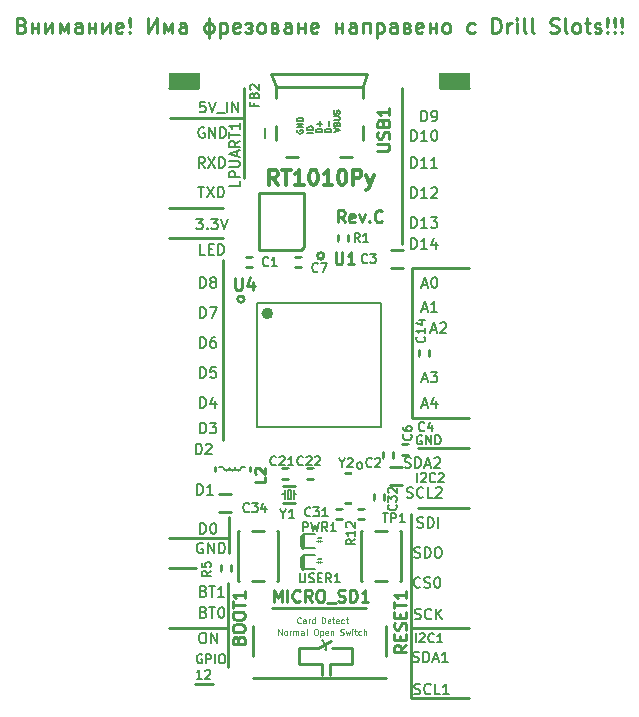
<source format=gbr>
G04 #@! TF.GenerationSoftware,KiCad,Pcbnew,5.1.0-rc2-unknown-036be7d~80~ubuntu16.04.1*
G04 #@! TF.CreationDate,2022-06-21T13:21:02+03:00*
G04 #@! TF.ProjectId,RT1010Py_Rev.C,52543130-3130-4507-995f-5265762e432e,C*
G04 #@! TF.SameCoordinates,Original*
G04 #@! TF.FileFunction,Legend,Top*
G04 #@! TF.FilePolarity,Positive*
%FSLAX46Y46*%
G04 Gerber Fmt 4.6, Leading zero omitted, Abs format (unit mm)*
G04 Created by KiCad (PCBNEW 5.1.0-rc2-unknown-036be7d~80~ubuntu16.04.1) date 2022-06-21 13:21:02*
%MOMM*%
%LPD*%
G04 APERTURE LIST*
%ADD10C,0.100000*%
%ADD11C,0.254000*%
%ADD12C,0.203200*%
%ADD13C,0.190500*%
%ADD14C,0.304800*%
%ADD15C,0.150000*%
%ADD16C,0.500000*%
%ADD17C,0.127000*%
%ADD18C,0.050000*%
%ADD19C,0.200000*%
%ADD20C,0.125000*%
%ADD21C,0.222250*%
%ADD22C,1.879600*%
%ADD23R,1.879600X1.879600*%
%ADD24R,1.751600X0.351600*%
%ADD25R,0.351600X1.751600*%
%ADD26R,0.601600X1.101600*%
%ADD27R,1.601600X1.301600*%
%ADD28R,0.751600X1.151600*%
%ADD29R,0.901600X0.901600*%
%ADD30R,1.117600X1.117600*%
%ADD31R,0.651600X0.601600*%
%ADD32R,0.601600X0.651600*%
%ADD33R,1.101600X1.901600*%
%ADD34R,2.101600X0.701600*%
%ADD35R,1.501600X1.301600*%
%ADD36C,1.101600*%
%ADD37R,3.101600X1.701600*%
%ADD38C,1.254000*%
%ADD39R,1.371600X1.625600*%
%ADD40O,1.301600X1.901600*%
%ADD41R,1.201600X1.101600*%
%ADD42C,0.701600*%
%ADD43R,0.601600X1.751600*%
%ADD44R,0.426600X1.751600*%
G04 APERTURE END LIST*
D10*
G36*
X163830000Y-62230000D02*
G01*
X161290000Y-62230000D01*
X161290000Y-60960000D01*
X163830000Y-60960000D01*
X163830000Y-62230000D01*
G37*
X163830000Y-62230000D02*
X161290000Y-62230000D01*
X161290000Y-60960000D01*
X163830000Y-60960000D01*
X163830000Y-62230000D01*
G36*
X140970000Y-62230000D02*
G01*
X138430000Y-62230000D01*
X138430000Y-60960000D01*
X140970000Y-60960000D01*
X140970000Y-62230000D01*
G37*
X140970000Y-62230000D02*
X138430000Y-62230000D01*
X138430000Y-60960000D01*
X140970000Y-60960000D01*
X140970000Y-62230000D01*
D11*
X158877000Y-98298000D02*
X158877000Y-107950000D01*
D12*
X141059746Y-99970166D02*
X141059746Y-99081166D01*
X141271413Y-99081166D01*
X141398413Y-99123500D01*
X141483080Y-99208166D01*
X141525413Y-99292833D01*
X141567746Y-99462166D01*
X141567746Y-99589166D01*
X141525413Y-99758500D01*
X141483080Y-99843166D01*
X141398413Y-99927833D01*
X141271413Y-99970166D01*
X141059746Y-99970166D01*
X142118080Y-99081166D02*
X142202746Y-99081166D01*
X142287413Y-99123500D01*
X142329746Y-99165833D01*
X142372080Y-99250500D01*
X142414413Y-99419833D01*
X142414413Y-99631500D01*
X142372080Y-99800833D01*
X142329746Y-99885500D01*
X142287413Y-99927833D01*
X142202746Y-99970166D01*
X142118080Y-99970166D01*
X142033413Y-99927833D01*
X141991080Y-99885500D01*
X141948746Y-99800833D01*
X141906413Y-99631500D01*
X141906413Y-99419833D01*
X141948746Y-99250500D01*
X141991080Y-99165833D01*
X142033413Y-99123500D01*
X142118080Y-99081166D01*
X141271413Y-100774500D02*
X141186746Y-100732166D01*
X141059746Y-100732166D01*
X140932746Y-100774500D01*
X140848080Y-100859166D01*
X140805746Y-100943833D01*
X140763413Y-101113166D01*
X140763413Y-101240166D01*
X140805746Y-101409500D01*
X140848080Y-101494166D01*
X140932746Y-101578833D01*
X141059746Y-101621166D01*
X141144413Y-101621166D01*
X141271413Y-101578833D01*
X141313746Y-101536500D01*
X141313746Y-101240166D01*
X141144413Y-101240166D01*
X141694746Y-101621166D02*
X141694746Y-100732166D01*
X142202746Y-101621166D01*
X142202746Y-100732166D01*
X142626080Y-101621166D02*
X142626080Y-100732166D01*
X142837746Y-100732166D01*
X142964746Y-100774500D01*
X143049413Y-100859166D01*
X143091746Y-100943833D01*
X143134080Y-101113166D01*
X143134080Y-101240166D01*
X143091746Y-101409500D01*
X143049413Y-101494166D01*
X142964746Y-101578833D01*
X142837746Y-101621166D01*
X142626080Y-101621166D01*
D13*
X159421285Y-95594714D02*
X159421285Y-94832714D01*
X159747857Y-94905285D02*
X159784142Y-94869000D01*
X159856714Y-94832714D01*
X160038142Y-94832714D01*
X160110714Y-94869000D01*
X160147000Y-94905285D01*
X160183285Y-94977857D01*
X160183285Y-95050428D01*
X160147000Y-95159285D01*
X159711571Y-95594714D01*
X160183285Y-95594714D01*
X160945285Y-95522142D02*
X160909000Y-95558428D01*
X160800142Y-95594714D01*
X160727571Y-95594714D01*
X160618714Y-95558428D01*
X160546142Y-95485857D01*
X160509857Y-95413285D01*
X160473571Y-95268142D01*
X160473571Y-95159285D01*
X160509857Y-95014142D01*
X160546142Y-94941571D01*
X160618714Y-94869000D01*
X160727571Y-94832714D01*
X160800142Y-94832714D01*
X160909000Y-94869000D01*
X160945285Y-94905285D01*
X161235571Y-94905285D02*
X161271857Y-94869000D01*
X161344428Y-94832714D01*
X161525857Y-94832714D01*
X161598428Y-94869000D01*
X161634714Y-94905285D01*
X161671000Y-94977857D01*
X161671000Y-95050428D01*
X161634714Y-95159285D01*
X161199285Y-95594714D01*
X161671000Y-95594714D01*
X159294285Y-109183714D02*
X159294285Y-108421714D01*
X159620857Y-108494285D02*
X159657142Y-108458000D01*
X159729714Y-108421714D01*
X159911142Y-108421714D01*
X159983714Y-108458000D01*
X160020000Y-108494285D01*
X160056285Y-108566857D01*
X160056285Y-108639428D01*
X160020000Y-108748285D01*
X159584571Y-109183714D01*
X160056285Y-109183714D01*
X160818285Y-109111142D02*
X160782000Y-109147428D01*
X160673142Y-109183714D01*
X160600571Y-109183714D01*
X160491714Y-109147428D01*
X160419142Y-109074857D01*
X160382857Y-109002285D01*
X160346571Y-108857142D01*
X160346571Y-108748285D01*
X160382857Y-108603142D01*
X160419142Y-108530571D01*
X160491714Y-108458000D01*
X160600571Y-108421714D01*
X160673142Y-108421714D01*
X160782000Y-108458000D01*
X160818285Y-108494285D01*
X161544000Y-109183714D02*
X161108571Y-109183714D01*
X161326285Y-109183714D02*
X161326285Y-108421714D01*
X161253714Y-108530571D01*
X161181142Y-108603142D01*
X161108571Y-108639428D01*
D14*
X147628428Y-70424523D02*
X147205095Y-69819761D01*
X146902714Y-70424523D02*
X146902714Y-69154523D01*
X147386523Y-69154523D01*
X147507476Y-69215000D01*
X147567952Y-69275476D01*
X147628428Y-69396428D01*
X147628428Y-69577857D01*
X147567952Y-69698809D01*
X147507476Y-69759285D01*
X147386523Y-69819761D01*
X146902714Y-69819761D01*
X147991285Y-69154523D02*
X148717000Y-69154523D01*
X148354142Y-70424523D02*
X148354142Y-69154523D01*
X149805571Y-70424523D02*
X149079857Y-70424523D01*
X149442714Y-70424523D02*
X149442714Y-69154523D01*
X149321761Y-69335952D01*
X149200809Y-69456904D01*
X149079857Y-69517380D01*
X150591761Y-69154523D02*
X150712714Y-69154523D01*
X150833666Y-69215000D01*
X150894142Y-69275476D01*
X150954619Y-69396428D01*
X151015095Y-69638333D01*
X151015095Y-69940714D01*
X150954619Y-70182619D01*
X150894142Y-70303571D01*
X150833666Y-70364047D01*
X150712714Y-70424523D01*
X150591761Y-70424523D01*
X150470809Y-70364047D01*
X150410333Y-70303571D01*
X150349857Y-70182619D01*
X150289380Y-69940714D01*
X150289380Y-69638333D01*
X150349857Y-69396428D01*
X150410333Y-69275476D01*
X150470809Y-69215000D01*
X150591761Y-69154523D01*
X152224619Y-70424523D02*
X151498904Y-70424523D01*
X151861761Y-70424523D02*
X151861761Y-69154523D01*
X151740809Y-69335952D01*
X151619857Y-69456904D01*
X151498904Y-69517380D01*
X153010809Y-69154523D02*
X153131761Y-69154523D01*
X153252714Y-69215000D01*
X153313190Y-69275476D01*
X153373666Y-69396428D01*
X153434142Y-69638333D01*
X153434142Y-69940714D01*
X153373666Y-70182619D01*
X153313190Y-70303571D01*
X153252714Y-70364047D01*
X153131761Y-70424523D01*
X153010809Y-70424523D01*
X152889857Y-70364047D01*
X152829380Y-70303571D01*
X152768904Y-70182619D01*
X152708428Y-69940714D01*
X152708428Y-69638333D01*
X152768904Y-69396428D01*
X152829380Y-69275476D01*
X152889857Y-69215000D01*
X153010809Y-69154523D01*
X153978428Y-70424523D02*
X153978428Y-69154523D01*
X154462238Y-69154523D01*
X154583190Y-69215000D01*
X154643666Y-69275476D01*
X154704142Y-69396428D01*
X154704142Y-69577857D01*
X154643666Y-69698809D01*
X154583190Y-69759285D01*
X154462238Y-69819761D01*
X153978428Y-69819761D01*
X155127476Y-69577857D02*
X155429857Y-70424523D01*
X155732238Y-69577857D02*
X155429857Y-70424523D01*
X155308904Y-70726904D01*
X155248428Y-70787380D01*
X155127476Y-70847857D01*
D11*
X153301095Y-73611619D02*
X152962428Y-73127809D01*
X152720523Y-73611619D02*
X152720523Y-72595619D01*
X153107571Y-72595619D01*
X153204333Y-72644000D01*
X153252714Y-72692380D01*
X153301095Y-72789142D01*
X153301095Y-72934285D01*
X153252714Y-73031047D01*
X153204333Y-73079428D01*
X153107571Y-73127809D01*
X152720523Y-73127809D01*
X154123571Y-73563238D02*
X154026809Y-73611619D01*
X153833285Y-73611619D01*
X153736523Y-73563238D01*
X153688142Y-73466476D01*
X153688142Y-73079428D01*
X153736523Y-72982666D01*
X153833285Y-72934285D01*
X154026809Y-72934285D01*
X154123571Y-72982666D01*
X154171952Y-73079428D01*
X154171952Y-73176190D01*
X153688142Y-73272952D01*
X154510619Y-72934285D02*
X154752523Y-73611619D01*
X154994428Y-72934285D01*
X155381476Y-73514857D02*
X155429857Y-73563238D01*
X155381476Y-73611619D01*
X155333095Y-73563238D01*
X155381476Y-73514857D01*
X155381476Y-73611619D01*
X156445857Y-73514857D02*
X156397476Y-73563238D01*
X156252333Y-73611619D01*
X156155571Y-73611619D01*
X156010428Y-73563238D01*
X155913666Y-73466476D01*
X155865285Y-73369714D01*
X155816904Y-73176190D01*
X155816904Y-73031047D01*
X155865285Y-72837523D01*
X155913666Y-72740761D01*
X156010428Y-72644000D01*
X156155571Y-72595619D01*
X156252333Y-72595619D01*
X156397476Y-72644000D01*
X156445857Y-72692380D01*
X142113000Y-112725200D02*
X140589000Y-112725200D01*
X143383000Y-107823000D02*
X143383000Y-111252000D01*
X143383000Y-107950000D02*
X138430000Y-107950000D01*
X143383000Y-104140000D02*
X143383000Y-107823000D01*
X140716000Y-102870000D02*
X138430000Y-102870000D01*
X143510000Y-100330000D02*
X143510000Y-101600000D01*
X143510000Y-100330000D02*
X138430000Y-100330000D01*
X143002000Y-76835000D02*
X143002000Y-92075000D01*
X158877000Y-107950000D02*
X158877000Y-113919000D01*
X143510000Y-98552000D02*
X143510000Y-100330000D01*
X143002000Y-72390000D02*
X138430000Y-72390000D01*
X143002000Y-74930000D02*
X138430000Y-74930000D01*
D12*
X144420166Y-70098920D02*
X144420166Y-70522253D01*
X143531166Y-70522253D01*
X144420166Y-69802586D02*
X143531166Y-69802586D01*
X143531166Y-69463920D01*
X143573500Y-69379253D01*
X143615833Y-69336920D01*
X143700500Y-69294586D01*
X143827500Y-69294586D01*
X143912166Y-69336920D01*
X143954500Y-69379253D01*
X143996833Y-69463920D01*
X143996833Y-69802586D01*
X143531166Y-68913586D02*
X144250833Y-68913586D01*
X144335500Y-68871253D01*
X144377833Y-68828920D01*
X144420166Y-68744253D01*
X144420166Y-68574920D01*
X144377833Y-68490253D01*
X144335500Y-68447920D01*
X144250833Y-68405586D01*
X143531166Y-68405586D01*
X144166166Y-68024586D02*
X144166166Y-67601253D01*
X144420166Y-68109253D02*
X143531166Y-67812920D01*
X144420166Y-67516586D01*
X144420166Y-66712253D02*
X143996833Y-67008586D01*
X144420166Y-67220253D02*
X143531166Y-67220253D01*
X143531166Y-66881586D01*
X143573500Y-66796920D01*
X143615833Y-66754586D01*
X143700500Y-66712253D01*
X143827500Y-66712253D01*
X143912166Y-66754586D01*
X143954500Y-66796920D01*
X143996833Y-66881586D01*
X143996833Y-67220253D01*
X143531166Y-66458253D02*
X143531166Y-65950253D01*
X144420166Y-66204253D02*
X143531166Y-66204253D01*
X144420166Y-65188253D02*
X144420166Y-65696253D01*
X144420166Y-65442253D02*
X143531166Y-65442253D01*
X143658166Y-65526920D01*
X143742833Y-65611586D01*
X143785166Y-65696253D01*
D11*
X140893800Y-62230000D02*
X138430000Y-62230000D01*
X144780000Y-69850000D02*
X144780000Y-62230000D01*
X138455400Y-64770000D02*
X144780000Y-64770000D01*
X161366200Y-62230000D02*
X163779200Y-62230000D01*
X158115000Y-75438000D02*
X158115000Y-62230000D01*
X158877000Y-107950000D02*
X163830000Y-107950000D01*
X159512000Y-97790000D02*
X163830000Y-97790000D01*
X159512000Y-92710000D02*
X163830000Y-92710000D01*
X159004000Y-90170000D02*
X163830000Y-90170000D01*
X159004000Y-77470000D02*
X163830000Y-77470000D01*
X159004000Y-90170000D02*
X159004000Y-77470000D01*
X163830000Y-113919000D02*
X158877000Y-113919000D01*
D12*
X159760920Y-65045166D02*
X159760920Y-64156166D01*
X159972586Y-64156166D01*
X160099586Y-64198500D01*
X160184253Y-64283166D01*
X160226586Y-64367833D01*
X160268920Y-64537166D01*
X160268920Y-64664166D01*
X160226586Y-64833500D01*
X160184253Y-64918166D01*
X160099586Y-65002833D01*
X159972586Y-65045166D01*
X159760920Y-65045166D01*
X160692253Y-65045166D02*
X160861586Y-65045166D01*
X160946253Y-65002833D01*
X160988586Y-64960500D01*
X161073253Y-64833500D01*
X161115586Y-64664166D01*
X161115586Y-64325500D01*
X161073253Y-64240833D01*
X161030920Y-64198500D01*
X160946253Y-64156166D01*
X160776920Y-64156166D01*
X160692253Y-64198500D01*
X160649920Y-64240833D01*
X160607586Y-64325500D01*
X160607586Y-64537166D01*
X160649920Y-64621833D01*
X160692253Y-64664166D01*
X160776920Y-64706500D01*
X160946253Y-64706500D01*
X161030920Y-64664166D01*
X161073253Y-64621833D01*
X161115586Y-64537166D01*
X158914253Y-66696166D02*
X158914253Y-65807166D01*
X159125920Y-65807166D01*
X159252920Y-65849500D01*
X159337586Y-65934166D01*
X159379920Y-66018833D01*
X159422253Y-66188166D01*
X159422253Y-66315166D01*
X159379920Y-66484500D01*
X159337586Y-66569166D01*
X159252920Y-66653833D01*
X159125920Y-66696166D01*
X158914253Y-66696166D01*
X160268920Y-66696166D02*
X159760920Y-66696166D01*
X160014920Y-66696166D02*
X160014920Y-65807166D01*
X159930253Y-65934166D01*
X159845586Y-66018833D01*
X159760920Y-66061166D01*
X160819253Y-65807166D02*
X160903920Y-65807166D01*
X160988586Y-65849500D01*
X161030920Y-65891833D01*
X161073253Y-65976500D01*
X161115586Y-66145833D01*
X161115586Y-66357500D01*
X161073253Y-66526833D01*
X161030920Y-66611500D01*
X160988586Y-66653833D01*
X160903920Y-66696166D01*
X160819253Y-66696166D01*
X160734586Y-66653833D01*
X160692253Y-66611500D01*
X160649920Y-66526833D01*
X160607586Y-66357500D01*
X160607586Y-66145833D01*
X160649920Y-65976500D01*
X160692253Y-65891833D01*
X160734586Y-65849500D01*
X160819253Y-65807166D01*
X158914253Y-68982166D02*
X158914253Y-68093166D01*
X159125920Y-68093166D01*
X159252920Y-68135500D01*
X159337586Y-68220166D01*
X159379920Y-68304833D01*
X159422253Y-68474166D01*
X159422253Y-68601166D01*
X159379920Y-68770500D01*
X159337586Y-68855166D01*
X159252920Y-68939833D01*
X159125920Y-68982166D01*
X158914253Y-68982166D01*
X160268920Y-68982166D02*
X159760920Y-68982166D01*
X160014920Y-68982166D02*
X160014920Y-68093166D01*
X159930253Y-68220166D01*
X159845586Y-68304833D01*
X159760920Y-68347166D01*
X161115586Y-68982166D02*
X160607586Y-68982166D01*
X160861586Y-68982166D02*
X160861586Y-68093166D01*
X160776920Y-68220166D01*
X160692253Y-68304833D01*
X160607586Y-68347166D01*
X158914253Y-71522166D02*
X158914253Y-70633166D01*
X159125920Y-70633166D01*
X159252920Y-70675500D01*
X159337586Y-70760166D01*
X159379920Y-70844833D01*
X159422253Y-71014166D01*
X159422253Y-71141166D01*
X159379920Y-71310500D01*
X159337586Y-71395166D01*
X159252920Y-71479833D01*
X159125920Y-71522166D01*
X158914253Y-71522166D01*
X160268920Y-71522166D02*
X159760920Y-71522166D01*
X160014920Y-71522166D02*
X160014920Y-70633166D01*
X159930253Y-70760166D01*
X159845586Y-70844833D01*
X159760920Y-70887166D01*
X160607586Y-70717833D02*
X160649920Y-70675500D01*
X160734586Y-70633166D01*
X160946253Y-70633166D01*
X161030920Y-70675500D01*
X161073253Y-70717833D01*
X161115586Y-70802500D01*
X161115586Y-70887166D01*
X161073253Y-71014166D01*
X160565253Y-71522166D01*
X161115586Y-71522166D01*
X158914253Y-74062166D02*
X158914253Y-73173166D01*
X159125920Y-73173166D01*
X159252920Y-73215500D01*
X159337586Y-73300166D01*
X159379920Y-73384833D01*
X159422253Y-73554166D01*
X159422253Y-73681166D01*
X159379920Y-73850500D01*
X159337586Y-73935166D01*
X159252920Y-74019833D01*
X159125920Y-74062166D01*
X158914253Y-74062166D01*
X160268920Y-74062166D02*
X159760920Y-74062166D01*
X160014920Y-74062166D02*
X160014920Y-73173166D01*
X159930253Y-73300166D01*
X159845586Y-73384833D01*
X159760920Y-73427166D01*
X160565253Y-73173166D02*
X161115586Y-73173166D01*
X160819253Y-73511833D01*
X160946253Y-73511833D01*
X161030920Y-73554166D01*
X161073253Y-73596500D01*
X161115586Y-73681166D01*
X161115586Y-73892833D01*
X161073253Y-73977500D01*
X161030920Y-74019833D01*
X160946253Y-74062166D01*
X160692253Y-74062166D01*
X160607586Y-74019833D01*
X160565253Y-73977500D01*
X158914253Y-75840166D02*
X158914253Y-74951166D01*
X159125920Y-74951166D01*
X159252920Y-74993500D01*
X159337586Y-75078166D01*
X159379920Y-75162833D01*
X159422253Y-75332166D01*
X159422253Y-75459166D01*
X159379920Y-75628500D01*
X159337586Y-75713166D01*
X159252920Y-75797833D01*
X159125920Y-75840166D01*
X158914253Y-75840166D01*
X160268920Y-75840166D02*
X159760920Y-75840166D01*
X160014920Y-75840166D02*
X160014920Y-74951166D01*
X159930253Y-75078166D01*
X159845586Y-75162833D01*
X159760920Y-75205166D01*
X161030920Y-75247500D02*
X161030920Y-75840166D01*
X160819253Y-74908833D02*
X160607586Y-75543833D01*
X161157920Y-75543833D01*
X159845586Y-78888166D02*
X160268920Y-78888166D01*
X159760920Y-79142166D02*
X160057253Y-78253166D01*
X160353586Y-79142166D01*
X160819253Y-78253166D02*
X160903920Y-78253166D01*
X160988586Y-78295500D01*
X161030920Y-78337833D01*
X161073253Y-78422500D01*
X161115586Y-78591833D01*
X161115586Y-78803500D01*
X161073253Y-78972833D01*
X161030920Y-79057500D01*
X160988586Y-79099833D01*
X160903920Y-79142166D01*
X160819253Y-79142166D01*
X160734586Y-79099833D01*
X160692253Y-79057500D01*
X160649920Y-78972833D01*
X160607586Y-78803500D01*
X160607586Y-78591833D01*
X160649920Y-78422500D01*
X160692253Y-78337833D01*
X160734586Y-78295500D01*
X160819253Y-78253166D01*
X160607586Y-82698166D02*
X161030920Y-82698166D01*
X160522920Y-82952166D02*
X160819253Y-82063166D01*
X161115586Y-82952166D01*
X161369586Y-82147833D02*
X161411920Y-82105500D01*
X161496586Y-82063166D01*
X161708253Y-82063166D01*
X161792920Y-82105500D01*
X161835253Y-82147833D01*
X161877586Y-82232500D01*
X161877586Y-82317166D01*
X161835253Y-82444166D01*
X161327253Y-82952166D01*
X161877586Y-82952166D01*
X159845586Y-80920166D02*
X160268920Y-80920166D01*
X159760920Y-81174166D02*
X160057253Y-80285166D01*
X160353586Y-81174166D01*
X161115586Y-81174166D02*
X160607586Y-81174166D01*
X160861586Y-81174166D02*
X160861586Y-80285166D01*
X160776920Y-80412166D01*
X160692253Y-80496833D01*
X160607586Y-80539166D01*
X159845586Y-86889166D02*
X160268920Y-86889166D01*
X159760920Y-87143166D02*
X160057253Y-86254166D01*
X160353586Y-87143166D01*
X160565253Y-86254166D02*
X161115586Y-86254166D01*
X160819253Y-86592833D01*
X160946253Y-86592833D01*
X161030920Y-86635166D01*
X161073253Y-86677500D01*
X161115586Y-86762166D01*
X161115586Y-86973833D01*
X161073253Y-87058500D01*
X161030920Y-87100833D01*
X160946253Y-87143166D01*
X160692253Y-87143166D01*
X160607586Y-87100833D01*
X160565253Y-87058500D01*
X159845586Y-89048166D02*
X160268920Y-89048166D01*
X159760920Y-89302166D02*
X160057253Y-88413166D01*
X160353586Y-89302166D01*
X161030920Y-88709500D02*
X161030920Y-89302166D01*
X160819253Y-88370833D02*
X160607586Y-89005833D01*
X161157920Y-89005833D01*
X158533253Y-96879833D02*
X158660253Y-96922166D01*
X158871920Y-96922166D01*
X158956586Y-96879833D01*
X158998920Y-96837500D01*
X159041253Y-96752833D01*
X159041253Y-96668166D01*
X158998920Y-96583500D01*
X158956586Y-96541166D01*
X158871920Y-96498833D01*
X158702586Y-96456500D01*
X158617920Y-96414166D01*
X158575586Y-96371833D01*
X158533253Y-96287166D01*
X158533253Y-96202500D01*
X158575586Y-96117833D01*
X158617920Y-96075500D01*
X158702586Y-96033166D01*
X158914253Y-96033166D01*
X159041253Y-96075500D01*
X159930253Y-96837500D02*
X159887920Y-96879833D01*
X159760920Y-96922166D01*
X159676253Y-96922166D01*
X159549253Y-96879833D01*
X159464586Y-96795166D01*
X159422253Y-96710500D01*
X159379920Y-96541166D01*
X159379920Y-96414166D01*
X159422253Y-96244833D01*
X159464586Y-96160166D01*
X159549253Y-96075500D01*
X159676253Y-96033166D01*
X159760920Y-96033166D01*
X159887920Y-96075500D01*
X159930253Y-96117833D01*
X160734586Y-96922166D02*
X160311253Y-96922166D01*
X160311253Y-96033166D01*
X160988586Y-96117833D02*
X161030920Y-96075500D01*
X161115586Y-96033166D01*
X161327253Y-96033166D01*
X161411920Y-96075500D01*
X161454253Y-96117833D01*
X161496586Y-96202500D01*
X161496586Y-96287166D01*
X161454253Y-96414166D01*
X160946253Y-96922166D01*
X161496586Y-96922166D01*
X158363920Y-94339833D02*
X158490920Y-94382166D01*
X158702586Y-94382166D01*
X158787253Y-94339833D01*
X158829586Y-94297500D01*
X158871920Y-94212833D01*
X158871920Y-94128166D01*
X158829586Y-94043500D01*
X158787253Y-94001166D01*
X158702586Y-93958833D01*
X158533253Y-93916500D01*
X158448586Y-93874166D01*
X158406253Y-93831833D01*
X158363920Y-93747166D01*
X158363920Y-93662500D01*
X158406253Y-93577833D01*
X158448586Y-93535500D01*
X158533253Y-93493166D01*
X158744920Y-93493166D01*
X158871920Y-93535500D01*
X159252920Y-94382166D02*
X159252920Y-93493166D01*
X159464586Y-93493166D01*
X159591586Y-93535500D01*
X159676253Y-93620166D01*
X159718586Y-93704833D01*
X159760920Y-93874166D01*
X159760920Y-94001166D01*
X159718586Y-94170500D01*
X159676253Y-94255166D01*
X159591586Y-94339833D01*
X159464586Y-94382166D01*
X159252920Y-94382166D01*
X160099586Y-94128166D02*
X160522920Y-94128166D01*
X160014920Y-94382166D02*
X160311253Y-93493166D01*
X160607586Y-94382166D01*
X160861586Y-93577833D02*
X160903920Y-93535500D01*
X160988586Y-93493166D01*
X161200253Y-93493166D01*
X161284920Y-93535500D01*
X161327253Y-93577833D01*
X161369586Y-93662500D01*
X161369586Y-93747166D01*
X161327253Y-93874166D01*
X160819253Y-94382166D01*
X161369586Y-94382166D01*
X159422253Y-99419833D02*
X159549253Y-99462166D01*
X159760920Y-99462166D01*
X159845586Y-99419833D01*
X159887920Y-99377500D01*
X159930253Y-99292833D01*
X159930253Y-99208166D01*
X159887920Y-99123500D01*
X159845586Y-99081166D01*
X159760920Y-99038833D01*
X159591586Y-98996500D01*
X159506920Y-98954166D01*
X159464586Y-98911833D01*
X159422253Y-98827166D01*
X159422253Y-98742500D01*
X159464586Y-98657833D01*
X159506920Y-98615500D01*
X159591586Y-98573166D01*
X159803253Y-98573166D01*
X159930253Y-98615500D01*
X160311253Y-99462166D02*
X160311253Y-98573166D01*
X160522920Y-98573166D01*
X160649920Y-98615500D01*
X160734586Y-98700166D01*
X160776920Y-98784833D01*
X160819253Y-98954166D01*
X160819253Y-99081166D01*
X160776920Y-99250500D01*
X160734586Y-99335166D01*
X160649920Y-99419833D01*
X160522920Y-99462166D01*
X160311253Y-99462166D01*
X161200253Y-99462166D02*
X161200253Y-98573166D01*
X159168253Y-101959833D02*
X159295253Y-102002166D01*
X159506920Y-102002166D01*
X159591586Y-101959833D01*
X159633920Y-101917500D01*
X159676253Y-101832833D01*
X159676253Y-101748166D01*
X159633920Y-101663500D01*
X159591586Y-101621166D01*
X159506920Y-101578833D01*
X159337586Y-101536500D01*
X159252920Y-101494166D01*
X159210586Y-101451833D01*
X159168253Y-101367166D01*
X159168253Y-101282500D01*
X159210586Y-101197833D01*
X159252920Y-101155500D01*
X159337586Y-101113166D01*
X159549253Y-101113166D01*
X159676253Y-101155500D01*
X160057253Y-102002166D02*
X160057253Y-101113166D01*
X160268920Y-101113166D01*
X160395920Y-101155500D01*
X160480586Y-101240166D01*
X160522920Y-101324833D01*
X160565253Y-101494166D01*
X160565253Y-101621166D01*
X160522920Y-101790500D01*
X160480586Y-101875166D01*
X160395920Y-101959833D01*
X160268920Y-102002166D01*
X160057253Y-102002166D01*
X161115586Y-101113166D02*
X161284920Y-101113166D01*
X161369586Y-101155500D01*
X161454253Y-101240166D01*
X161496586Y-101409500D01*
X161496586Y-101705833D01*
X161454253Y-101875166D01*
X161369586Y-101959833D01*
X161284920Y-102002166D01*
X161115586Y-102002166D01*
X161030920Y-101959833D01*
X160946253Y-101875166D01*
X160903920Y-101705833D01*
X160903920Y-101409500D01*
X160946253Y-101240166D01*
X161030920Y-101155500D01*
X161115586Y-101113166D01*
X159676253Y-104457500D02*
X159633920Y-104499833D01*
X159506920Y-104542166D01*
X159422253Y-104542166D01*
X159295253Y-104499833D01*
X159210586Y-104415166D01*
X159168253Y-104330500D01*
X159125920Y-104161166D01*
X159125920Y-104034166D01*
X159168253Y-103864833D01*
X159210586Y-103780166D01*
X159295253Y-103695500D01*
X159422253Y-103653166D01*
X159506920Y-103653166D01*
X159633920Y-103695500D01*
X159676253Y-103737833D01*
X160014920Y-104499833D02*
X160141920Y-104542166D01*
X160353586Y-104542166D01*
X160438253Y-104499833D01*
X160480586Y-104457500D01*
X160522920Y-104372833D01*
X160522920Y-104288166D01*
X160480586Y-104203500D01*
X160438253Y-104161166D01*
X160353586Y-104118833D01*
X160184253Y-104076500D01*
X160099586Y-104034166D01*
X160057253Y-103991833D01*
X160014920Y-103907166D01*
X160014920Y-103822500D01*
X160057253Y-103737833D01*
X160099586Y-103695500D01*
X160184253Y-103653166D01*
X160395920Y-103653166D01*
X160522920Y-103695500D01*
X161073253Y-103653166D02*
X161157920Y-103653166D01*
X161242586Y-103695500D01*
X161284920Y-103737833D01*
X161327253Y-103822500D01*
X161369586Y-103991833D01*
X161369586Y-104203500D01*
X161327253Y-104372833D01*
X161284920Y-104457500D01*
X161242586Y-104499833D01*
X161157920Y-104542166D01*
X161073253Y-104542166D01*
X160988586Y-104499833D01*
X160946253Y-104457500D01*
X160903920Y-104372833D01*
X160861586Y-104203500D01*
X160861586Y-103991833D01*
X160903920Y-103822500D01*
X160946253Y-103737833D01*
X160988586Y-103695500D01*
X161073253Y-103653166D01*
X159210586Y-107166833D02*
X159337586Y-107209166D01*
X159549253Y-107209166D01*
X159633920Y-107166833D01*
X159676253Y-107124500D01*
X159718586Y-107039833D01*
X159718586Y-106955166D01*
X159676253Y-106870500D01*
X159633920Y-106828166D01*
X159549253Y-106785833D01*
X159379920Y-106743500D01*
X159295253Y-106701166D01*
X159252920Y-106658833D01*
X159210586Y-106574166D01*
X159210586Y-106489500D01*
X159252920Y-106404833D01*
X159295253Y-106362500D01*
X159379920Y-106320166D01*
X159591586Y-106320166D01*
X159718586Y-106362500D01*
X160607586Y-107124500D02*
X160565253Y-107166833D01*
X160438253Y-107209166D01*
X160353586Y-107209166D01*
X160226586Y-107166833D01*
X160141920Y-107082166D01*
X160099586Y-106997500D01*
X160057253Y-106828166D01*
X160057253Y-106701166D01*
X160099586Y-106531833D01*
X160141920Y-106447166D01*
X160226586Y-106362500D01*
X160353586Y-106320166D01*
X160438253Y-106320166D01*
X160565253Y-106362500D01*
X160607586Y-106404833D01*
X160988586Y-107209166D02*
X160988586Y-106320166D01*
X161496586Y-107209166D02*
X161115586Y-106701166D01*
X161496586Y-106320166D02*
X160988586Y-106828166D01*
X159049720Y-110799033D02*
X159176720Y-110841366D01*
X159388386Y-110841366D01*
X159473053Y-110799033D01*
X159515386Y-110756700D01*
X159557720Y-110672033D01*
X159557720Y-110587366D01*
X159515386Y-110502700D01*
X159473053Y-110460366D01*
X159388386Y-110418033D01*
X159219053Y-110375700D01*
X159134386Y-110333366D01*
X159092053Y-110291033D01*
X159049720Y-110206366D01*
X159049720Y-110121700D01*
X159092053Y-110037033D01*
X159134386Y-109994700D01*
X159219053Y-109952366D01*
X159430720Y-109952366D01*
X159557720Y-109994700D01*
X159938720Y-110841366D02*
X159938720Y-109952366D01*
X160150386Y-109952366D01*
X160277386Y-109994700D01*
X160362053Y-110079366D01*
X160404386Y-110164033D01*
X160446720Y-110333366D01*
X160446720Y-110460366D01*
X160404386Y-110629700D01*
X160362053Y-110714366D01*
X160277386Y-110799033D01*
X160150386Y-110841366D01*
X159938720Y-110841366D01*
X160785386Y-110587366D02*
X161208720Y-110587366D01*
X160700720Y-110841366D02*
X160997053Y-109952366D01*
X161293386Y-110841366D01*
X162055386Y-110841366D02*
X161547386Y-110841366D01*
X161801386Y-110841366D02*
X161801386Y-109952366D01*
X161716720Y-110079366D01*
X161632053Y-110164033D01*
X161547386Y-110206366D01*
X159168253Y-113516833D02*
X159295253Y-113559166D01*
X159506920Y-113559166D01*
X159591586Y-113516833D01*
X159633920Y-113474500D01*
X159676253Y-113389833D01*
X159676253Y-113305166D01*
X159633920Y-113220500D01*
X159591586Y-113178166D01*
X159506920Y-113135833D01*
X159337586Y-113093500D01*
X159252920Y-113051166D01*
X159210586Y-113008833D01*
X159168253Y-112924166D01*
X159168253Y-112839500D01*
X159210586Y-112754833D01*
X159252920Y-112712500D01*
X159337586Y-112670166D01*
X159549253Y-112670166D01*
X159676253Y-112712500D01*
X160565253Y-113474500D02*
X160522920Y-113516833D01*
X160395920Y-113559166D01*
X160311253Y-113559166D01*
X160184253Y-113516833D01*
X160099586Y-113432166D01*
X160057253Y-113347500D01*
X160014920Y-113178166D01*
X160014920Y-113051166D01*
X160057253Y-112881833D01*
X160099586Y-112797166D01*
X160184253Y-112712500D01*
X160311253Y-112670166D01*
X160395920Y-112670166D01*
X160522920Y-112712500D01*
X160565253Y-112754833D01*
X161369586Y-113559166D02*
X160946253Y-113559166D01*
X160946253Y-112670166D01*
X162131586Y-113559166D02*
X161623586Y-113559166D01*
X161877586Y-113559166D02*
X161877586Y-112670166D01*
X161792920Y-112797166D01*
X161708253Y-112881833D01*
X161623586Y-112924166D01*
X141483080Y-76348166D02*
X141059746Y-76348166D01*
X141059746Y-75459166D01*
X141779413Y-75882500D02*
X142075746Y-75882500D01*
X142202746Y-76348166D02*
X141779413Y-76348166D01*
X141779413Y-75459166D01*
X142202746Y-75459166D01*
X142583746Y-76348166D02*
X142583746Y-75459166D01*
X142795413Y-75459166D01*
X142922413Y-75501500D01*
X143007080Y-75586166D01*
X143049413Y-75670833D01*
X143091746Y-75840166D01*
X143091746Y-75967166D01*
X143049413Y-76136500D01*
X143007080Y-76221166D01*
X142922413Y-76305833D01*
X142795413Y-76348166D01*
X142583746Y-76348166D01*
X141059746Y-79142166D02*
X141059746Y-78253166D01*
X141271413Y-78253166D01*
X141398413Y-78295500D01*
X141483080Y-78380166D01*
X141525413Y-78464833D01*
X141567746Y-78634166D01*
X141567746Y-78761166D01*
X141525413Y-78930500D01*
X141483080Y-79015166D01*
X141398413Y-79099833D01*
X141271413Y-79142166D01*
X141059746Y-79142166D01*
X142075746Y-78634166D02*
X141991080Y-78591833D01*
X141948746Y-78549500D01*
X141906413Y-78464833D01*
X141906413Y-78422500D01*
X141948746Y-78337833D01*
X141991080Y-78295500D01*
X142075746Y-78253166D01*
X142245080Y-78253166D01*
X142329746Y-78295500D01*
X142372080Y-78337833D01*
X142414413Y-78422500D01*
X142414413Y-78464833D01*
X142372080Y-78549500D01*
X142329746Y-78591833D01*
X142245080Y-78634166D01*
X142075746Y-78634166D01*
X141991080Y-78676500D01*
X141948746Y-78718833D01*
X141906413Y-78803500D01*
X141906413Y-78972833D01*
X141948746Y-79057500D01*
X141991080Y-79099833D01*
X142075746Y-79142166D01*
X142245080Y-79142166D01*
X142329746Y-79099833D01*
X142372080Y-79057500D01*
X142414413Y-78972833D01*
X142414413Y-78803500D01*
X142372080Y-78718833D01*
X142329746Y-78676500D01*
X142245080Y-78634166D01*
X141059746Y-81682166D02*
X141059746Y-80793166D01*
X141271413Y-80793166D01*
X141398413Y-80835500D01*
X141483080Y-80920166D01*
X141525413Y-81004833D01*
X141567746Y-81174166D01*
X141567746Y-81301166D01*
X141525413Y-81470500D01*
X141483080Y-81555166D01*
X141398413Y-81639833D01*
X141271413Y-81682166D01*
X141059746Y-81682166D01*
X141864080Y-80793166D02*
X142456746Y-80793166D01*
X142075746Y-81682166D01*
X141059746Y-84222166D02*
X141059746Y-83333166D01*
X141271413Y-83333166D01*
X141398413Y-83375500D01*
X141483080Y-83460166D01*
X141525413Y-83544833D01*
X141567746Y-83714166D01*
X141567746Y-83841166D01*
X141525413Y-84010500D01*
X141483080Y-84095166D01*
X141398413Y-84179833D01*
X141271413Y-84222166D01*
X141059746Y-84222166D01*
X142329746Y-83333166D02*
X142160413Y-83333166D01*
X142075746Y-83375500D01*
X142033413Y-83417833D01*
X141948746Y-83544833D01*
X141906413Y-83714166D01*
X141906413Y-84052833D01*
X141948746Y-84137500D01*
X141991080Y-84179833D01*
X142075746Y-84222166D01*
X142245080Y-84222166D01*
X142329746Y-84179833D01*
X142372080Y-84137500D01*
X142414413Y-84052833D01*
X142414413Y-83841166D01*
X142372080Y-83756500D01*
X142329746Y-83714166D01*
X142245080Y-83671833D01*
X142075746Y-83671833D01*
X141991080Y-83714166D01*
X141948746Y-83756500D01*
X141906413Y-83841166D01*
X141059746Y-89302166D02*
X141059746Y-88413166D01*
X141271413Y-88413166D01*
X141398413Y-88455500D01*
X141483080Y-88540166D01*
X141525413Y-88624833D01*
X141567746Y-88794166D01*
X141567746Y-88921166D01*
X141525413Y-89090500D01*
X141483080Y-89175166D01*
X141398413Y-89259833D01*
X141271413Y-89302166D01*
X141059746Y-89302166D01*
X142329746Y-88709500D02*
X142329746Y-89302166D01*
X142118080Y-88370833D02*
X141906413Y-89005833D01*
X142456746Y-89005833D01*
X141059746Y-91461166D02*
X141059746Y-90572166D01*
X141271413Y-90572166D01*
X141398413Y-90614500D01*
X141483080Y-90699166D01*
X141525413Y-90783833D01*
X141567746Y-90953166D01*
X141567746Y-91080166D01*
X141525413Y-91249500D01*
X141483080Y-91334166D01*
X141398413Y-91418833D01*
X141271413Y-91461166D01*
X141059746Y-91461166D01*
X141864080Y-90572166D02*
X142414413Y-90572166D01*
X142118080Y-90910833D01*
X142245080Y-90910833D01*
X142329746Y-90953166D01*
X142372080Y-90995500D01*
X142414413Y-91080166D01*
X142414413Y-91291833D01*
X142372080Y-91376500D01*
X142329746Y-91418833D01*
X142245080Y-91461166D01*
X141991080Y-91461166D01*
X141906413Y-91418833D01*
X141864080Y-91376500D01*
X140678746Y-93239166D02*
X140678746Y-92350166D01*
X140890413Y-92350166D01*
X141017413Y-92392500D01*
X141102080Y-92477166D01*
X141144413Y-92561833D01*
X141186746Y-92731166D01*
X141186746Y-92858166D01*
X141144413Y-93027500D01*
X141102080Y-93112166D01*
X141017413Y-93196833D01*
X140890413Y-93239166D01*
X140678746Y-93239166D01*
X141525413Y-92434833D02*
X141567746Y-92392500D01*
X141652413Y-92350166D01*
X141864080Y-92350166D01*
X141948746Y-92392500D01*
X141991080Y-92434833D01*
X142033413Y-92519500D01*
X142033413Y-92604166D01*
X141991080Y-92731166D01*
X141483080Y-93239166D01*
X142033413Y-93239166D01*
X140805746Y-96668166D02*
X140805746Y-95779166D01*
X141017413Y-95779166D01*
X141144413Y-95821500D01*
X141229080Y-95906166D01*
X141271413Y-95990833D01*
X141313746Y-96160166D01*
X141313746Y-96287166D01*
X141271413Y-96456500D01*
X141229080Y-96541166D01*
X141144413Y-96625833D01*
X141017413Y-96668166D01*
X140805746Y-96668166D01*
X142160413Y-96668166D02*
X141652413Y-96668166D01*
X141906413Y-96668166D02*
X141906413Y-95779166D01*
X141821746Y-95906166D01*
X141737080Y-95990833D01*
X141652413Y-96033166D01*
X141059746Y-86762166D02*
X141059746Y-85873166D01*
X141271413Y-85873166D01*
X141398413Y-85915500D01*
X141483080Y-86000166D01*
X141525413Y-86084833D01*
X141567746Y-86254166D01*
X141567746Y-86381166D01*
X141525413Y-86550500D01*
X141483080Y-86635166D01*
X141398413Y-86719833D01*
X141271413Y-86762166D01*
X141059746Y-86762166D01*
X142372080Y-85873166D02*
X141948746Y-85873166D01*
X141906413Y-86296500D01*
X141948746Y-86254166D01*
X142033413Y-86211833D01*
X142245080Y-86211833D01*
X142329746Y-86254166D01*
X142372080Y-86296500D01*
X142414413Y-86381166D01*
X142414413Y-86592833D01*
X142372080Y-86677500D01*
X142329746Y-86719833D01*
X142245080Y-86762166D01*
X142033413Y-86762166D01*
X141948746Y-86719833D01*
X141906413Y-86677500D01*
D13*
X159805460Y-91694000D02*
X159732889Y-91657714D01*
X159624032Y-91657714D01*
X159515175Y-91694000D01*
X159442603Y-91766571D01*
X159406317Y-91839142D01*
X159370032Y-91984285D01*
X159370032Y-92093142D01*
X159406317Y-92238285D01*
X159442603Y-92310857D01*
X159515175Y-92383428D01*
X159624032Y-92419714D01*
X159696603Y-92419714D01*
X159805460Y-92383428D01*
X159841746Y-92347142D01*
X159841746Y-92093142D01*
X159696603Y-92093142D01*
X160168317Y-92419714D02*
X160168317Y-91657714D01*
X160603746Y-92419714D01*
X160603746Y-91657714D01*
X160966603Y-92419714D02*
X160966603Y-91657714D01*
X161148032Y-91657714D01*
X161256889Y-91694000D01*
X161329460Y-91766571D01*
X161365746Y-91839142D01*
X161402032Y-91984285D01*
X161402032Y-92093142D01*
X161365746Y-92238285D01*
X161329460Y-92310857D01*
X161256889Y-92383428D01*
X161148032Y-92419714D01*
X160966603Y-92419714D01*
D12*
X141356080Y-106616500D02*
X141483080Y-106658833D01*
X141525413Y-106701166D01*
X141567746Y-106785833D01*
X141567746Y-106912833D01*
X141525413Y-106997500D01*
X141483080Y-107039833D01*
X141398413Y-107082166D01*
X141059746Y-107082166D01*
X141059746Y-106193166D01*
X141356080Y-106193166D01*
X141440746Y-106235500D01*
X141483080Y-106277833D01*
X141525413Y-106362500D01*
X141525413Y-106447166D01*
X141483080Y-106531833D01*
X141440746Y-106574166D01*
X141356080Y-106616500D01*
X141059746Y-106616500D01*
X141821746Y-106193166D02*
X142329746Y-106193166D01*
X142075746Y-107082166D02*
X142075746Y-106193166D01*
X142795413Y-106193166D02*
X142880080Y-106193166D01*
X142964746Y-106235500D01*
X143007080Y-106277833D01*
X143049413Y-106362500D01*
X143091746Y-106531833D01*
X143091746Y-106743500D01*
X143049413Y-106912833D01*
X143007080Y-106997500D01*
X142964746Y-107039833D01*
X142880080Y-107082166D01*
X142795413Y-107082166D01*
X142710746Y-107039833D01*
X142668413Y-106997500D01*
X142626080Y-106912833D01*
X142583746Y-106743500D01*
X142583746Y-106531833D01*
X142626080Y-106362500D01*
X142668413Y-106277833D01*
X142710746Y-106235500D01*
X142795413Y-106193166D01*
X141356080Y-104838500D02*
X141483080Y-104880833D01*
X141525413Y-104923166D01*
X141567746Y-105007833D01*
X141567746Y-105134833D01*
X141525413Y-105219500D01*
X141483080Y-105261833D01*
X141398413Y-105304166D01*
X141059746Y-105304166D01*
X141059746Y-104415166D01*
X141356080Y-104415166D01*
X141440746Y-104457500D01*
X141483080Y-104499833D01*
X141525413Y-104584500D01*
X141525413Y-104669166D01*
X141483080Y-104753833D01*
X141440746Y-104796166D01*
X141356080Y-104838500D01*
X141059746Y-104838500D01*
X141821746Y-104415166D02*
X142329746Y-104415166D01*
X142075746Y-105304166D02*
X142075746Y-104415166D01*
X143091746Y-105304166D02*
X142583746Y-105304166D01*
X142837746Y-105304166D02*
X142837746Y-104415166D01*
X142753080Y-104542166D01*
X142668413Y-104626833D01*
X142583746Y-104669166D01*
D13*
X141191796Y-110204250D02*
X141119225Y-110167964D01*
X141010367Y-110167964D01*
X140901510Y-110204250D01*
X140828939Y-110276821D01*
X140792653Y-110349392D01*
X140756367Y-110494535D01*
X140756367Y-110603392D01*
X140792653Y-110748535D01*
X140828939Y-110821107D01*
X140901510Y-110893678D01*
X141010367Y-110929964D01*
X141082939Y-110929964D01*
X141191796Y-110893678D01*
X141228082Y-110857392D01*
X141228082Y-110603392D01*
X141082939Y-110603392D01*
X141554653Y-110929964D02*
X141554653Y-110167964D01*
X141844939Y-110167964D01*
X141917510Y-110204250D01*
X141953796Y-110240535D01*
X141990082Y-110313107D01*
X141990082Y-110421964D01*
X141953796Y-110494535D01*
X141917510Y-110530821D01*
X141844939Y-110567107D01*
X141554653Y-110567107D01*
X142316653Y-110929964D02*
X142316653Y-110167964D01*
X142824653Y-110167964D02*
X142969796Y-110167964D01*
X143042367Y-110204250D01*
X143114939Y-110276821D01*
X143151225Y-110421964D01*
X143151225Y-110675964D01*
X143114939Y-110821107D01*
X143042367Y-110893678D01*
X142969796Y-110929964D01*
X142824653Y-110929964D01*
X142752082Y-110893678D01*
X142679510Y-110821107D01*
X142643225Y-110675964D01*
X142643225Y-110421964D01*
X142679510Y-110276821D01*
X142752082Y-110204250D01*
X142824653Y-110167964D01*
X141191796Y-112263464D02*
X140756367Y-112263464D01*
X140974082Y-112263464D02*
X140974082Y-111501464D01*
X140901510Y-111610321D01*
X140828939Y-111682892D01*
X140756367Y-111719178D01*
X141482082Y-111574035D02*
X141518367Y-111537750D01*
X141590939Y-111501464D01*
X141772367Y-111501464D01*
X141844939Y-111537750D01*
X141881225Y-111574035D01*
X141917510Y-111646607D01*
X141917510Y-111719178D01*
X141881225Y-111828035D01*
X141445796Y-112263464D01*
X141917510Y-112263464D01*
D12*
X141203680Y-108352166D02*
X141373013Y-108352166D01*
X141457680Y-108394500D01*
X141542346Y-108479166D01*
X141584680Y-108648500D01*
X141584680Y-108944833D01*
X141542346Y-109114166D01*
X141457680Y-109198833D01*
X141373013Y-109241166D01*
X141203680Y-109241166D01*
X141119013Y-109198833D01*
X141034346Y-109114166D01*
X140992013Y-108944833D01*
X140992013Y-108648500D01*
X141034346Y-108479166D01*
X141119013Y-108394500D01*
X141203680Y-108352166D01*
X141965680Y-109241166D02*
X141965680Y-108352166D01*
X142473680Y-109241166D01*
X142473680Y-108352166D01*
X140721080Y-73300166D02*
X141271413Y-73300166D01*
X140975080Y-73638833D01*
X141102080Y-73638833D01*
X141186746Y-73681166D01*
X141229080Y-73723500D01*
X141271413Y-73808166D01*
X141271413Y-74019833D01*
X141229080Y-74104500D01*
X141186746Y-74146833D01*
X141102080Y-74189166D01*
X140848080Y-74189166D01*
X140763413Y-74146833D01*
X140721080Y-74104500D01*
X141652413Y-74104500D02*
X141694746Y-74146833D01*
X141652413Y-74189166D01*
X141610080Y-74146833D01*
X141652413Y-74104500D01*
X141652413Y-74189166D01*
X141991080Y-73300166D02*
X142541413Y-73300166D01*
X142245080Y-73638833D01*
X142372080Y-73638833D01*
X142456746Y-73681166D01*
X142499080Y-73723500D01*
X142541413Y-73808166D01*
X142541413Y-74019833D01*
X142499080Y-74104500D01*
X142456746Y-74146833D01*
X142372080Y-74189166D01*
X142118080Y-74189166D01*
X142033413Y-74146833D01*
X141991080Y-74104500D01*
X142795413Y-73300166D02*
X143091746Y-74189166D01*
X143388080Y-73300166D01*
X141483080Y-63394166D02*
X141059746Y-63394166D01*
X141017413Y-63817500D01*
X141059746Y-63775166D01*
X141144413Y-63732833D01*
X141356080Y-63732833D01*
X141440746Y-63775166D01*
X141483080Y-63817500D01*
X141525413Y-63902166D01*
X141525413Y-64113833D01*
X141483080Y-64198500D01*
X141440746Y-64240833D01*
X141356080Y-64283166D01*
X141144413Y-64283166D01*
X141059746Y-64240833D01*
X141017413Y-64198500D01*
X141779413Y-63394166D02*
X142075746Y-64283166D01*
X142372080Y-63394166D01*
X142456746Y-64367833D02*
X143134080Y-64367833D01*
X143345746Y-64283166D02*
X143345746Y-63394166D01*
X143769080Y-64283166D02*
X143769080Y-63394166D01*
X144277080Y-64283166D01*
X144277080Y-63394166D01*
X141398413Y-65595500D02*
X141313746Y-65553166D01*
X141186746Y-65553166D01*
X141059746Y-65595500D01*
X140975080Y-65680166D01*
X140932746Y-65764833D01*
X140890413Y-65934166D01*
X140890413Y-66061166D01*
X140932746Y-66230500D01*
X140975080Y-66315166D01*
X141059746Y-66399833D01*
X141186746Y-66442166D01*
X141271413Y-66442166D01*
X141398413Y-66399833D01*
X141440746Y-66357500D01*
X141440746Y-66061166D01*
X141271413Y-66061166D01*
X141821746Y-66442166D02*
X141821746Y-65553166D01*
X142329746Y-66442166D01*
X142329746Y-65553166D01*
X142753080Y-66442166D02*
X142753080Y-65553166D01*
X142964746Y-65553166D01*
X143091746Y-65595500D01*
X143176413Y-65680166D01*
X143218746Y-65764833D01*
X143261080Y-65934166D01*
X143261080Y-66061166D01*
X143218746Y-66230500D01*
X143176413Y-66315166D01*
X143091746Y-66399833D01*
X142964746Y-66442166D01*
X142753080Y-66442166D01*
X141440746Y-69007566D02*
X141144413Y-68584233D01*
X140932746Y-69007566D02*
X140932746Y-68118566D01*
X141271413Y-68118566D01*
X141356080Y-68160900D01*
X141398413Y-68203233D01*
X141440746Y-68287900D01*
X141440746Y-68414900D01*
X141398413Y-68499566D01*
X141356080Y-68541900D01*
X141271413Y-68584233D01*
X140932746Y-68584233D01*
X141737080Y-68118566D02*
X142329746Y-69007566D01*
X142329746Y-68118566D02*
X141737080Y-69007566D01*
X142668413Y-69007566D02*
X142668413Y-68118566D01*
X142880080Y-68118566D01*
X143007080Y-68160900D01*
X143091746Y-68245566D01*
X143134080Y-68330233D01*
X143176413Y-68499566D01*
X143176413Y-68626566D01*
X143134080Y-68795900D01*
X143091746Y-68880566D01*
X143007080Y-68965233D01*
X142880080Y-69007566D01*
X142668413Y-69007566D01*
X140907346Y-70607766D02*
X141415346Y-70607766D01*
X141161346Y-71496766D02*
X141161346Y-70607766D01*
X141627013Y-70607766D02*
X142219680Y-71496766D01*
X142219680Y-70607766D02*
X141627013Y-71496766D01*
X142558346Y-71496766D02*
X142558346Y-70607766D01*
X142770013Y-70607766D01*
X142897013Y-70650100D01*
X142981680Y-70734766D01*
X143024013Y-70819433D01*
X143066346Y-70988766D01*
X143066346Y-71115766D01*
X143024013Y-71285100D01*
X142981680Y-71369766D01*
X142897013Y-71454433D01*
X142770013Y-71496766D01*
X142558346Y-71496766D01*
D15*
X145880000Y-90975000D02*
X145880000Y-80475000D01*
X145880000Y-80475000D02*
X156380000Y-80475000D01*
X156380000Y-80475000D02*
X156380000Y-90975000D01*
X156380000Y-90975000D02*
X145880000Y-90975000D01*
D11*
X144780000Y-80115518D02*
G75*
G03X144780000Y-80115518I-275482J0D01*
G01*
D16*
X146980000Y-81325000D02*
G75*
G03X146980000Y-81325000I-250000J0D01*
G01*
D11*
X145505000Y-110303000D02*
X145505000Y-107803000D01*
X156755000Y-110303000D02*
X156755000Y-107803000D01*
X147130000Y-106228000D02*
X155130000Y-106228000D01*
X145505000Y-112228000D02*
X156755000Y-112228000D01*
X151330000Y-111928000D02*
X151330000Y-111028000D01*
X151330000Y-111028000D02*
X149430000Y-111028000D01*
X149430000Y-111028000D02*
X149430000Y-109628000D01*
X149430000Y-109628000D02*
X151030000Y-109628000D01*
X151030000Y-109628000D02*
X152130000Y-109028000D01*
X152230000Y-109628000D02*
X153930000Y-109628000D01*
X153930000Y-109628000D02*
X153930000Y-111028000D01*
X153930000Y-111028000D02*
X152030000Y-111028000D01*
X152030000Y-111028000D02*
X152030000Y-111928000D01*
X152030000Y-111928000D02*
X152030000Y-111928000D01*
D17*
X151378528Y-108979472D02*
G75*
G02X151730000Y-109828000I-848528J-848528D01*
G01*
X151730000Y-109828000D02*
X151830000Y-109728000D01*
X151730000Y-109828000D02*
X151630000Y-109728000D01*
D11*
X144223000Y-103954000D02*
X144223000Y-99754000D01*
X144223000Y-99754000D02*
X144323000Y-99754000D01*
X144223000Y-103954000D02*
X144323000Y-103954000D01*
X147523000Y-103954000D02*
X147623000Y-103954000D01*
X147623000Y-103954000D02*
X147623000Y-99754000D01*
X147623000Y-99754000D02*
X147523000Y-99754000D01*
X146423000Y-99754000D02*
X145423000Y-99754000D01*
X146423000Y-103954000D02*
X145423000Y-103954000D01*
X149733000Y-100101400D02*
X149733000Y-101142800D01*
X149567900Y-101028500D02*
X149567900Y-100203000D01*
X149720300Y-100063300D02*
X149580600Y-100190300D01*
X149720300Y-101155500D02*
X149567900Y-101028500D01*
D18*
X151159200Y-100359400D02*
X151289200Y-100249400D01*
X151299200Y-100229400D02*
X151219200Y-100239400D01*
X151299200Y-100229400D02*
X151299200Y-100309400D01*
X151083800Y-100229400D02*
X151083800Y-100309400D01*
X151083800Y-100229400D02*
X151003800Y-100239400D01*
X150952200Y-100338400D02*
X151082200Y-100228400D01*
D10*
X151030000Y-100694000D02*
X151030000Y-100474000D01*
X151220000Y-100474000D02*
X151120000Y-100574000D01*
X151220000Y-100694000D02*
X151110000Y-100594000D01*
X151220000Y-100694000D02*
X151220000Y-100474000D01*
X151390000Y-100584000D02*
X150870000Y-100584000D01*
D17*
X150749000Y-101219000D02*
X149733000Y-101219000D01*
X149733000Y-99999800D02*
X150749000Y-99999800D01*
D11*
X143637000Y-96647000D02*
X142621000Y-96647000D01*
X143637000Y-98171000D02*
X142621000Y-98171000D01*
X157226000Y-77470000D02*
X158242000Y-77470000D01*
X157226000Y-75946000D02*
X158242000Y-75946000D01*
X158115000Y-94361000D02*
X157099000Y-94361000D01*
X158115000Y-95885000D02*
X157099000Y-95885000D01*
X155765500Y-96901000D02*
X155765500Y-97155000D01*
X155765500Y-96901000D02*
X155765500Y-96647000D01*
X156654500Y-96901000D02*
X156654500Y-96647000D01*
X156654500Y-96901000D02*
X156654500Y-97155000D01*
X152781000Y-97853500D02*
X152527000Y-97853500D01*
X152781000Y-97853500D02*
X153035000Y-97853500D01*
X152781000Y-98742500D02*
X153035000Y-98742500D01*
X152781000Y-98742500D02*
X152527000Y-98742500D01*
X150368000Y-94424500D02*
X150114000Y-94424500D01*
X150368000Y-94424500D02*
X150622000Y-94424500D01*
X150368000Y-95313500D02*
X150622000Y-95313500D01*
X150368000Y-95313500D02*
X150114000Y-95313500D01*
X148209000Y-95313500D02*
X148463000Y-95313500D01*
X148209000Y-95313500D02*
X147955000Y-95313500D01*
X148209000Y-94424500D02*
X147955000Y-94424500D01*
X148209000Y-94424500D02*
X148463000Y-94424500D01*
X159575500Y-84709000D02*
X159575500Y-84963000D01*
X159575500Y-84709000D02*
X159575500Y-84455000D01*
X160464500Y-84709000D02*
X160464500Y-84455000D01*
X160464500Y-84709000D02*
X160464500Y-84963000D01*
X149352000Y-77406500D02*
X149606000Y-77406500D01*
X149352000Y-77406500D02*
X149098000Y-77406500D01*
X149352000Y-76517500D02*
X149098000Y-76517500D01*
X149352000Y-76517500D02*
X149606000Y-76517500D01*
X156527500Y-93345000D02*
X156527500Y-93599000D01*
X156527500Y-93345000D02*
X156527500Y-93091000D01*
X157416500Y-93345000D02*
X157416500Y-93091000D01*
X157416500Y-93345000D02*
X157416500Y-93599000D01*
X158369000Y-93281500D02*
X158623000Y-93281500D01*
X158369000Y-93281500D02*
X158115000Y-93281500D01*
X158369000Y-92392500D02*
X158115000Y-92392500D01*
X158369000Y-92392500D02*
X158623000Y-92392500D01*
X145161000Y-76517500D02*
X144907000Y-76517500D01*
X145161000Y-76517500D02*
X145415000Y-76517500D01*
X145161000Y-77406500D02*
X145415000Y-77406500D01*
X145161000Y-77406500D02*
X144907000Y-77406500D01*
X154686000Y-97853500D02*
X154432000Y-97853500D01*
X154686000Y-97853500D02*
X154940000Y-97853500D01*
X154686000Y-98742500D02*
X154940000Y-98742500D01*
X154686000Y-98742500D02*
X154432000Y-98742500D01*
X142811500Y-102870000D02*
X142811500Y-103124000D01*
X142811500Y-102870000D02*
X142811500Y-102616000D01*
X143700500Y-102870000D02*
X143700500Y-102616000D01*
X143700500Y-102870000D02*
X143700500Y-103124000D01*
X153606500Y-74930000D02*
X153606500Y-74676000D01*
X153606500Y-74930000D02*
X153606500Y-75184000D01*
X152717500Y-74930000D02*
X152717500Y-75184000D01*
X152717500Y-74930000D02*
X152717500Y-74676000D01*
X149733000Y-101879400D02*
X149733000Y-102920800D01*
X149567900Y-102806500D02*
X149567900Y-101981000D01*
X149720300Y-101841300D02*
X149580600Y-101968300D01*
X149720300Y-102933500D02*
X149567900Y-102806500D01*
D18*
X151159200Y-102137400D02*
X151289200Y-102027400D01*
X151299200Y-102007400D02*
X151219200Y-102017400D01*
X151299200Y-102007400D02*
X151299200Y-102087400D01*
X151083800Y-102007400D02*
X151083800Y-102087400D01*
X151083800Y-102007400D02*
X151003800Y-102017400D01*
X150952200Y-102116400D02*
X151082200Y-102006400D01*
D10*
X151030000Y-102472000D02*
X151030000Y-102252000D01*
X151220000Y-102252000D02*
X151120000Y-102352000D01*
X151220000Y-102472000D02*
X151110000Y-102372000D01*
X151220000Y-102472000D02*
X151220000Y-102252000D01*
X151390000Y-102362000D02*
X150870000Y-102362000D01*
D17*
X150749000Y-102997000D02*
X149733000Y-102997000D01*
X149733000Y-101777800D02*
X150749000Y-101777800D01*
D11*
X156837000Y-103954000D02*
X155837000Y-103954000D01*
X156837000Y-99754000D02*
X155837000Y-99754000D01*
X158037000Y-99754000D02*
X157937000Y-99754000D01*
X158037000Y-103954000D02*
X158037000Y-99754000D01*
X157937000Y-103954000D02*
X158037000Y-103954000D01*
X154637000Y-103954000D02*
X154737000Y-103954000D01*
X154637000Y-99754000D02*
X154737000Y-99754000D01*
X154637000Y-103954000D02*
X154637000Y-99754000D01*
D17*
X148018500Y-96647000D02*
X148209000Y-96647000D01*
X148971000Y-96647000D02*
X149161500Y-96647000D01*
X148971000Y-96266000D02*
X148971000Y-97028000D01*
X148209000Y-97028000D02*
X148209000Y-96266000D01*
X148463000Y-97028000D02*
X148463000Y-96266000D01*
X148717000Y-97028000D02*
X148463000Y-97028000D01*
X148717000Y-96266000D02*
X148717000Y-97028000D01*
X148463000Y-96266000D02*
X148717000Y-96266000D01*
D11*
X149090000Y-97397000D02*
X148090000Y-97397000D01*
X149090000Y-95897000D02*
X148090000Y-95897000D01*
X151540981Y-76454000D02*
G75*
G03X151540981Y-76454000I-283981J0D01*
G01*
X146050000Y-71120000D02*
X149860000Y-71120000D01*
X146050000Y-75946000D02*
X149606000Y-75946000D01*
X149854920Y-71135240D02*
X149854920Y-75666600D01*
X149854920Y-75666600D02*
X149588220Y-75930760D01*
X146055080Y-75930760D02*
X146055080Y-71135240D01*
X153289000Y-94869000D02*
X153797000Y-94869000D01*
X153289000Y-97409000D02*
X153797000Y-97409000D01*
X142264000Y-94288000D02*
X142264000Y-94688000D01*
X145264000Y-94288000D02*
X145264000Y-94688000D01*
D19*
X144514000Y-94338000D02*
X144864000Y-94338000D01*
X143014000Y-94338000D02*
X142664000Y-94338000D01*
X143514000Y-94388000D02*
G75*
G02X143014000Y-94388000I-250000J0D01*
G01*
X144514000Y-94388000D02*
G75*
G02X144014000Y-94388000I-250000J0D01*
G01*
X144014000Y-94388000D02*
G75*
G02X143514000Y-94388000I-250000J0D01*
G01*
D17*
X144780000Y-65608200D02*
X144780000Y-66446400D01*
X146558000Y-65608200D02*
X146558000Y-66446400D01*
D11*
X147430000Y-62116000D02*
X154830000Y-62116000D01*
X154830000Y-66616000D02*
X154830000Y-65416000D01*
X152930000Y-68116000D02*
X153930000Y-68116000D01*
X148330000Y-68116000D02*
X149330000Y-68116000D01*
X147430000Y-63116000D02*
X147430000Y-62116000D01*
X147066000Y-61016000D02*
X155194000Y-61016000D01*
X154830000Y-62116000D02*
X154830000Y-63116000D01*
X147430000Y-66616000D02*
X147430000Y-65416000D01*
X147066000Y-61087000D02*
X147447000Y-62103000D01*
X155194000Y-61087000D02*
X154813000Y-62103000D01*
X144005904Y-78310619D02*
X144005904Y-79133095D01*
X144054285Y-79229857D01*
X144102666Y-79278238D01*
X144199428Y-79326619D01*
X144392952Y-79326619D01*
X144489714Y-79278238D01*
X144538095Y-79229857D01*
X144586476Y-79133095D01*
X144586476Y-78310619D01*
X145505714Y-78649285D02*
X145505714Y-79326619D01*
X145263809Y-78262238D02*
X145021904Y-78987952D01*
X145650857Y-78987952D01*
X147265571Y-105742619D02*
X147265571Y-104726619D01*
X147604238Y-105452333D01*
X147942904Y-104726619D01*
X147942904Y-105742619D01*
X148426714Y-105742619D02*
X148426714Y-104726619D01*
X149491095Y-105645857D02*
X149442714Y-105694238D01*
X149297571Y-105742619D01*
X149200809Y-105742619D01*
X149055666Y-105694238D01*
X148958904Y-105597476D01*
X148910523Y-105500714D01*
X148862142Y-105307190D01*
X148862142Y-105162047D01*
X148910523Y-104968523D01*
X148958904Y-104871761D01*
X149055666Y-104775000D01*
X149200809Y-104726619D01*
X149297571Y-104726619D01*
X149442714Y-104775000D01*
X149491095Y-104823380D01*
X150507095Y-105742619D02*
X150168428Y-105258809D01*
X149926523Y-105742619D02*
X149926523Y-104726619D01*
X150313571Y-104726619D01*
X150410333Y-104775000D01*
X150458714Y-104823380D01*
X150507095Y-104920142D01*
X150507095Y-105065285D01*
X150458714Y-105162047D01*
X150410333Y-105210428D01*
X150313571Y-105258809D01*
X149926523Y-105258809D01*
X151136047Y-104726619D02*
X151329571Y-104726619D01*
X151426333Y-104775000D01*
X151523095Y-104871761D01*
X151571476Y-105065285D01*
X151571476Y-105403952D01*
X151523095Y-105597476D01*
X151426333Y-105694238D01*
X151329571Y-105742619D01*
X151136047Y-105742619D01*
X151039285Y-105694238D01*
X150942523Y-105597476D01*
X150894142Y-105403952D01*
X150894142Y-105065285D01*
X150942523Y-104871761D01*
X151039285Y-104775000D01*
X151136047Y-104726619D01*
X151765000Y-105839380D02*
X152539095Y-105839380D01*
X152732619Y-105694238D02*
X152877761Y-105742619D01*
X153119666Y-105742619D01*
X153216428Y-105694238D01*
X153264809Y-105645857D01*
X153313190Y-105549095D01*
X153313190Y-105452333D01*
X153264809Y-105355571D01*
X153216428Y-105307190D01*
X153119666Y-105258809D01*
X152926142Y-105210428D01*
X152829380Y-105162047D01*
X152781000Y-105113666D01*
X152732619Y-105016904D01*
X152732619Y-104920142D01*
X152781000Y-104823380D01*
X152829380Y-104775000D01*
X152926142Y-104726619D01*
X153168047Y-104726619D01*
X153313190Y-104775000D01*
X153748619Y-105742619D02*
X153748619Y-104726619D01*
X153990523Y-104726619D01*
X154135666Y-104775000D01*
X154232428Y-104871761D01*
X154280809Y-104968523D01*
X154329190Y-105162047D01*
X154329190Y-105307190D01*
X154280809Y-105500714D01*
X154232428Y-105597476D01*
X154135666Y-105694238D01*
X153990523Y-105742619D01*
X153748619Y-105742619D01*
X155296809Y-105742619D02*
X154716238Y-105742619D01*
X155006523Y-105742619D02*
X155006523Y-104726619D01*
X154909761Y-104871761D01*
X154813000Y-104968523D01*
X154716238Y-105016904D01*
D20*
X149558571Y-107506571D02*
X149534761Y-107530380D01*
X149463333Y-107554190D01*
X149415714Y-107554190D01*
X149344285Y-107530380D01*
X149296666Y-107482761D01*
X149272857Y-107435142D01*
X149249047Y-107339904D01*
X149249047Y-107268476D01*
X149272857Y-107173238D01*
X149296666Y-107125619D01*
X149344285Y-107078000D01*
X149415714Y-107054190D01*
X149463333Y-107054190D01*
X149534761Y-107078000D01*
X149558571Y-107101809D01*
X149987142Y-107554190D02*
X149987142Y-107292285D01*
X149963333Y-107244666D01*
X149915714Y-107220857D01*
X149820476Y-107220857D01*
X149772857Y-107244666D01*
X149987142Y-107530380D02*
X149939523Y-107554190D01*
X149820476Y-107554190D01*
X149772857Y-107530380D01*
X149749047Y-107482761D01*
X149749047Y-107435142D01*
X149772857Y-107387523D01*
X149820476Y-107363714D01*
X149939523Y-107363714D01*
X149987142Y-107339904D01*
X150225238Y-107554190D02*
X150225238Y-107220857D01*
X150225238Y-107316095D02*
X150249047Y-107268476D01*
X150272857Y-107244666D01*
X150320476Y-107220857D01*
X150368095Y-107220857D01*
X150749047Y-107554190D02*
X150749047Y-107054190D01*
X150749047Y-107530380D02*
X150701428Y-107554190D01*
X150606190Y-107554190D01*
X150558571Y-107530380D01*
X150534761Y-107506571D01*
X150510952Y-107458952D01*
X150510952Y-107316095D01*
X150534761Y-107268476D01*
X150558571Y-107244666D01*
X150606190Y-107220857D01*
X150701428Y-107220857D01*
X150749047Y-107244666D01*
X151368095Y-107554190D02*
X151368095Y-107054190D01*
X151487142Y-107054190D01*
X151558571Y-107078000D01*
X151606190Y-107125619D01*
X151630000Y-107173238D01*
X151653809Y-107268476D01*
X151653809Y-107339904D01*
X151630000Y-107435142D01*
X151606190Y-107482761D01*
X151558571Y-107530380D01*
X151487142Y-107554190D01*
X151368095Y-107554190D01*
X152058571Y-107530380D02*
X152010952Y-107554190D01*
X151915714Y-107554190D01*
X151868095Y-107530380D01*
X151844285Y-107482761D01*
X151844285Y-107292285D01*
X151868095Y-107244666D01*
X151915714Y-107220857D01*
X152010952Y-107220857D01*
X152058571Y-107244666D01*
X152082380Y-107292285D01*
X152082380Y-107339904D01*
X151844285Y-107387523D01*
X152225238Y-107220857D02*
X152415714Y-107220857D01*
X152296666Y-107054190D02*
X152296666Y-107482761D01*
X152320476Y-107530380D01*
X152368095Y-107554190D01*
X152415714Y-107554190D01*
X152772857Y-107530380D02*
X152725238Y-107554190D01*
X152630000Y-107554190D01*
X152582380Y-107530380D01*
X152558571Y-107482761D01*
X152558571Y-107292285D01*
X152582380Y-107244666D01*
X152630000Y-107220857D01*
X152725238Y-107220857D01*
X152772857Y-107244666D01*
X152796666Y-107292285D01*
X152796666Y-107339904D01*
X152558571Y-107387523D01*
X153225238Y-107530380D02*
X153177619Y-107554190D01*
X153082380Y-107554190D01*
X153034761Y-107530380D01*
X153010952Y-107506571D01*
X152987142Y-107458952D01*
X152987142Y-107316095D01*
X153010952Y-107268476D01*
X153034761Y-107244666D01*
X153082380Y-107220857D01*
X153177619Y-107220857D01*
X153225238Y-107244666D01*
X153368095Y-107220857D02*
X153558571Y-107220857D01*
X153439523Y-107054190D02*
X153439523Y-107482761D01*
X153463333Y-107530380D01*
X153510952Y-107554190D01*
X153558571Y-107554190D01*
X147653809Y-108554190D02*
X147653809Y-108054190D01*
X147939523Y-108554190D01*
X147939523Y-108054190D01*
X148249047Y-108554190D02*
X148201428Y-108530380D01*
X148177619Y-108506571D01*
X148153809Y-108458952D01*
X148153809Y-108316095D01*
X148177619Y-108268476D01*
X148201428Y-108244666D01*
X148249047Y-108220857D01*
X148320476Y-108220857D01*
X148368095Y-108244666D01*
X148391904Y-108268476D01*
X148415714Y-108316095D01*
X148415714Y-108458952D01*
X148391904Y-108506571D01*
X148368095Y-108530380D01*
X148320476Y-108554190D01*
X148249047Y-108554190D01*
X148630000Y-108554190D02*
X148630000Y-108220857D01*
X148630000Y-108316095D02*
X148653809Y-108268476D01*
X148677619Y-108244666D01*
X148725238Y-108220857D01*
X148772857Y-108220857D01*
X148939523Y-108554190D02*
X148939523Y-108220857D01*
X148939523Y-108268476D02*
X148963333Y-108244666D01*
X149010952Y-108220857D01*
X149082380Y-108220857D01*
X149130000Y-108244666D01*
X149153809Y-108292285D01*
X149153809Y-108554190D01*
X149153809Y-108292285D02*
X149177619Y-108244666D01*
X149225238Y-108220857D01*
X149296666Y-108220857D01*
X149344285Y-108244666D01*
X149368095Y-108292285D01*
X149368095Y-108554190D01*
X149820476Y-108554190D02*
X149820476Y-108292285D01*
X149796666Y-108244666D01*
X149749047Y-108220857D01*
X149653809Y-108220857D01*
X149606190Y-108244666D01*
X149820476Y-108530380D02*
X149772857Y-108554190D01*
X149653809Y-108554190D01*
X149606190Y-108530380D01*
X149582380Y-108482761D01*
X149582380Y-108435142D01*
X149606190Y-108387523D01*
X149653809Y-108363714D01*
X149772857Y-108363714D01*
X149820476Y-108339904D01*
X150130000Y-108554190D02*
X150082380Y-108530380D01*
X150058571Y-108482761D01*
X150058571Y-108054190D01*
X150796666Y-108054190D02*
X150891904Y-108054190D01*
X150939523Y-108078000D01*
X150987142Y-108125619D01*
X151010952Y-108220857D01*
X151010952Y-108387523D01*
X150987142Y-108482761D01*
X150939523Y-108530380D01*
X150891904Y-108554190D01*
X150796666Y-108554190D01*
X150749047Y-108530380D01*
X150701428Y-108482761D01*
X150677619Y-108387523D01*
X150677619Y-108220857D01*
X150701428Y-108125619D01*
X150749047Y-108078000D01*
X150796666Y-108054190D01*
X151225238Y-108220857D02*
X151225238Y-108720857D01*
X151225238Y-108244666D02*
X151272857Y-108220857D01*
X151368095Y-108220857D01*
X151415714Y-108244666D01*
X151439523Y-108268476D01*
X151463333Y-108316095D01*
X151463333Y-108458952D01*
X151439523Y-108506571D01*
X151415714Y-108530380D01*
X151368095Y-108554190D01*
X151272857Y-108554190D01*
X151225238Y-108530380D01*
X151868095Y-108530380D02*
X151820476Y-108554190D01*
X151725238Y-108554190D01*
X151677619Y-108530380D01*
X151653809Y-108482761D01*
X151653809Y-108292285D01*
X151677619Y-108244666D01*
X151725238Y-108220857D01*
X151820476Y-108220857D01*
X151868095Y-108244666D01*
X151891904Y-108292285D01*
X151891904Y-108339904D01*
X151653809Y-108387523D01*
X152106190Y-108220857D02*
X152106190Y-108554190D01*
X152106190Y-108268476D02*
X152130000Y-108244666D01*
X152177619Y-108220857D01*
X152249047Y-108220857D01*
X152296666Y-108244666D01*
X152320476Y-108292285D01*
X152320476Y-108554190D01*
X152915714Y-108530380D02*
X152987142Y-108554190D01*
X153106190Y-108554190D01*
X153153809Y-108530380D01*
X153177619Y-108506571D01*
X153201428Y-108458952D01*
X153201428Y-108411333D01*
X153177619Y-108363714D01*
X153153809Y-108339904D01*
X153106190Y-108316095D01*
X153010952Y-108292285D01*
X152963333Y-108268476D01*
X152939523Y-108244666D01*
X152915714Y-108197047D01*
X152915714Y-108149428D01*
X152939523Y-108101809D01*
X152963333Y-108078000D01*
X153010952Y-108054190D01*
X153130000Y-108054190D01*
X153201428Y-108078000D01*
X153368095Y-108220857D02*
X153463333Y-108554190D01*
X153558571Y-108316095D01*
X153653809Y-108554190D01*
X153749047Y-108220857D01*
X153939523Y-108554190D02*
X153939523Y-108220857D01*
X153939523Y-108054190D02*
X153915714Y-108078000D01*
X153939523Y-108101809D01*
X153963333Y-108078000D01*
X153939523Y-108054190D01*
X153939523Y-108101809D01*
X154106190Y-108220857D02*
X154296666Y-108220857D01*
X154177619Y-108054190D02*
X154177619Y-108482761D01*
X154201428Y-108530380D01*
X154249047Y-108554190D01*
X154296666Y-108554190D01*
X154677619Y-108530380D02*
X154630000Y-108554190D01*
X154534761Y-108554190D01*
X154487142Y-108530380D01*
X154463333Y-108506571D01*
X154439523Y-108458952D01*
X154439523Y-108316095D01*
X154463333Y-108268476D01*
X154487142Y-108244666D01*
X154534761Y-108220857D01*
X154630000Y-108220857D01*
X154677619Y-108244666D01*
X154891904Y-108554190D02*
X154891904Y-108054190D01*
X155106190Y-108554190D02*
X155106190Y-108292285D01*
X155082380Y-108244666D01*
X155034761Y-108220857D01*
X154963333Y-108220857D01*
X154915714Y-108244666D01*
X154891904Y-108268476D01*
D11*
X144275628Y-108949066D02*
X144324009Y-108803923D01*
X144372390Y-108755542D01*
X144469152Y-108707161D01*
X144614295Y-108707161D01*
X144711057Y-108755542D01*
X144759438Y-108803923D01*
X144807819Y-108900685D01*
X144807819Y-109287733D01*
X143791819Y-109287733D01*
X143791819Y-108949066D01*
X143840200Y-108852304D01*
X143888580Y-108803923D01*
X143985342Y-108755542D01*
X144082104Y-108755542D01*
X144178866Y-108803923D01*
X144227247Y-108852304D01*
X144275628Y-108949066D01*
X144275628Y-109287733D01*
X143791819Y-108078209D02*
X143791819Y-107884685D01*
X143840200Y-107787923D01*
X143936961Y-107691161D01*
X144130485Y-107642780D01*
X144469152Y-107642780D01*
X144662676Y-107691161D01*
X144759438Y-107787923D01*
X144807819Y-107884685D01*
X144807819Y-108078209D01*
X144759438Y-108174971D01*
X144662676Y-108271733D01*
X144469152Y-108320114D01*
X144130485Y-108320114D01*
X143936961Y-108271733D01*
X143840200Y-108174971D01*
X143791819Y-108078209D01*
X143791819Y-107013828D02*
X143791819Y-106820304D01*
X143840200Y-106723542D01*
X143936961Y-106626780D01*
X144130485Y-106578400D01*
X144469152Y-106578400D01*
X144662676Y-106626780D01*
X144759438Y-106723542D01*
X144807819Y-106820304D01*
X144807819Y-107013828D01*
X144759438Y-107110590D01*
X144662676Y-107207352D01*
X144469152Y-107255733D01*
X144130485Y-107255733D01*
X143936961Y-107207352D01*
X143840200Y-107110590D01*
X143791819Y-107013828D01*
X143791819Y-106288114D02*
X143791819Y-105707542D01*
X144807819Y-105997828D02*
X143791819Y-105997828D01*
X144807819Y-104836685D02*
X144807819Y-105417257D01*
X144807819Y-105126971D02*
X143791819Y-105126971D01*
X143936961Y-105223733D01*
X144033723Y-105320495D01*
X144082104Y-105417257D01*
D13*
X149751142Y-99785714D02*
X149751142Y-99023714D01*
X150041428Y-99023714D01*
X150114000Y-99060000D01*
X150150285Y-99096285D01*
X150186571Y-99168857D01*
X150186571Y-99277714D01*
X150150285Y-99350285D01*
X150114000Y-99386571D01*
X150041428Y-99422857D01*
X149751142Y-99422857D01*
X150440571Y-99023714D02*
X150622000Y-99785714D01*
X150767142Y-99241428D01*
X150912285Y-99785714D01*
X151093714Y-99023714D01*
X151819428Y-99785714D02*
X151565428Y-99422857D01*
X151384000Y-99785714D02*
X151384000Y-99023714D01*
X151674285Y-99023714D01*
X151746857Y-99060000D01*
X151783142Y-99096285D01*
X151819428Y-99168857D01*
X151819428Y-99277714D01*
X151783142Y-99350285D01*
X151746857Y-99386571D01*
X151674285Y-99422857D01*
X151384000Y-99422857D01*
X152545142Y-99785714D02*
X152109714Y-99785714D01*
X152327428Y-99785714D02*
X152327428Y-99023714D01*
X152254857Y-99132571D01*
X152182285Y-99205142D01*
X152109714Y-99241428D01*
X145179142Y-98062142D02*
X145142857Y-98098428D01*
X145034000Y-98134714D01*
X144961428Y-98134714D01*
X144852571Y-98098428D01*
X144780000Y-98025857D01*
X144743714Y-97953285D01*
X144707428Y-97808142D01*
X144707428Y-97699285D01*
X144743714Y-97554142D01*
X144780000Y-97481571D01*
X144852571Y-97409000D01*
X144961428Y-97372714D01*
X145034000Y-97372714D01*
X145142857Y-97409000D01*
X145179142Y-97445285D01*
X145433142Y-97372714D02*
X145904857Y-97372714D01*
X145650857Y-97663000D01*
X145759714Y-97663000D01*
X145832285Y-97699285D01*
X145868571Y-97735571D01*
X145904857Y-97808142D01*
X145904857Y-97989571D01*
X145868571Y-98062142D01*
X145832285Y-98098428D01*
X145759714Y-98134714D01*
X145542000Y-98134714D01*
X145469428Y-98098428D01*
X145433142Y-98062142D01*
X146558000Y-97626714D02*
X146558000Y-98134714D01*
X146376571Y-97336428D02*
X146195142Y-97880714D01*
X146666857Y-97880714D01*
X155194000Y-76980142D02*
X155157714Y-77016428D01*
X155048857Y-77052714D01*
X154976285Y-77052714D01*
X154867428Y-77016428D01*
X154794857Y-76943857D01*
X154758571Y-76871285D01*
X154722285Y-76726142D01*
X154722285Y-76617285D01*
X154758571Y-76472142D01*
X154794857Y-76399571D01*
X154867428Y-76327000D01*
X154976285Y-76290714D01*
X155048857Y-76290714D01*
X155157714Y-76327000D01*
X155194000Y-76363285D01*
X155448000Y-76290714D02*
X155919714Y-76290714D01*
X155665714Y-76581000D01*
X155774571Y-76581000D01*
X155847142Y-76617285D01*
X155883428Y-76653571D01*
X155919714Y-76726142D01*
X155919714Y-76907571D01*
X155883428Y-76980142D01*
X155847142Y-77016428D01*
X155774571Y-77052714D01*
X155556857Y-77052714D01*
X155484285Y-77016428D01*
X155448000Y-76980142D01*
X155575000Y-94252142D02*
X155538714Y-94288428D01*
X155429857Y-94324714D01*
X155357285Y-94324714D01*
X155248428Y-94288428D01*
X155175857Y-94215857D01*
X155139571Y-94143285D01*
X155103285Y-93998142D01*
X155103285Y-93889285D01*
X155139571Y-93744142D01*
X155175857Y-93671571D01*
X155248428Y-93599000D01*
X155357285Y-93562714D01*
X155429857Y-93562714D01*
X155538714Y-93599000D01*
X155575000Y-93635285D01*
X155865285Y-93635285D02*
X155901571Y-93599000D01*
X155974142Y-93562714D01*
X156155571Y-93562714D01*
X156228142Y-93599000D01*
X156264428Y-93635285D01*
X156300714Y-93707857D01*
X156300714Y-93780428D01*
X156264428Y-93889285D01*
X155829000Y-94324714D01*
X156300714Y-94324714D01*
X157625142Y-97517857D02*
X157661428Y-97554142D01*
X157697714Y-97663000D01*
X157697714Y-97735571D01*
X157661428Y-97844428D01*
X157588857Y-97917000D01*
X157516285Y-97953285D01*
X157371142Y-97989571D01*
X157262285Y-97989571D01*
X157117142Y-97953285D01*
X157044571Y-97917000D01*
X156972000Y-97844428D01*
X156935714Y-97735571D01*
X156935714Y-97663000D01*
X156972000Y-97554142D01*
X157008285Y-97517857D01*
X156935714Y-97263857D02*
X156935714Y-96792142D01*
X157226000Y-97046142D01*
X157226000Y-96937285D01*
X157262285Y-96864714D01*
X157298571Y-96828428D01*
X157371142Y-96792142D01*
X157552571Y-96792142D01*
X157625142Y-96828428D01*
X157661428Y-96864714D01*
X157697714Y-96937285D01*
X157697714Y-97155000D01*
X157661428Y-97227571D01*
X157625142Y-97263857D01*
X157008285Y-96501857D02*
X156972000Y-96465571D01*
X156935714Y-96393000D01*
X156935714Y-96211571D01*
X156972000Y-96139000D01*
X157008285Y-96102714D01*
X157080857Y-96066428D01*
X157153428Y-96066428D01*
X157262285Y-96102714D01*
X157697714Y-96538142D01*
X157697714Y-96066428D01*
X150386142Y-98443142D02*
X150349857Y-98479428D01*
X150241000Y-98515714D01*
X150168428Y-98515714D01*
X150059571Y-98479428D01*
X149987000Y-98406857D01*
X149950714Y-98334285D01*
X149914428Y-98189142D01*
X149914428Y-98080285D01*
X149950714Y-97935142D01*
X149987000Y-97862571D01*
X150059571Y-97790000D01*
X150168428Y-97753714D01*
X150241000Y-97753714D01*
X150349857Y-97790000D01*
X150386142Y-97826285D01*
X150640142Y-97753714D02*
X151111857Y-97753714D01*
X150857857Y-98044000D01*
X150966714Y-98044000D01*
X151039285Y-98080285D01*
X151075571Y-98116571D01*
X151111857Y-98189142D01*
X151111857Y-98370571D01*
X151075571Y-98443142D01*
X151039285Y-98479428D01*
X150966714Y-98515714D01*
X150749000Y-98515714D01*
X150676428Y-98479428D01*
X150640142Y-98443142D01*
X151837571Y-98515714D02*
X151402142Y-98515714D01*
X151619857Y-98515714D02*
X151619857Y-97753714D01*
X151547285Y-97862571D01*
X151474714Y-97935142D01*
X151402142Y-97971428D01*
X149751142Y-94125142D02*
X149714857Y-94161428D01*
X149606000Y-94197714D01*
X149533428Y-94197714D01*
X149424571Y-94161428D01*
X149352000Y-94088857D01*
X149315714Y-94016285D01*
X149279428Y-93871142D01*
X149279428Y-93762285D01*
X149315714Y-93617142D01*
X149352000Y-93544571D01*
X149424571Y-93472000D01*
X149533428Y-93435714D01*
X149606000Y-93435714D01*
X149714857Y-93472000D01*
X149751142Y-93508285D01*
X150041428Y-93508285D02*
X150077714Y-93472000D01*
X150150285Y-93435714D01*
X150331714Y-93435714D01*
X150404285Y-93472000D01*
X150440571Y-93508285D01*
X150476857Y-93580857D01*
X150476857Y-93653428D01*
X150440571Y-93762285D01*
X150005142Y-94197714D01*
X150476857Y-94197714D01*
X150767142Y-93508285D02*
X150803428Y-93472000D01*
X150876000Y-93435714D01*
X151057428Y-93435714D01*
X151130000Y-93472000D01*
X151166285Y-93508285D01*
X151202571Y-93580857D01*
X151202571Y-93653428D01*
X151166285Y-93762285D01*
X150730857Y-94197714D01*
X151202571Y-94197714D01*
X147465142Y-94125142D02*
X147428857Y-94161428D01*
X147320000Y-94197714D01*
X147247428Y-94197714D01*
X147138571Y-94161428D01*
X147066000Y-94088857D01*
X147029714Y-94016285D01*
X146993428Y-93871142D01*
X146993428Y-93762285D01*
X147029714Y-93617142D01*
X147066000Y-93544571D01*
X147138571Y-93472000D01*
X147247428Y-93435714D01*
X147320000Y-93435714D01*
X147428857Y-93472000D01*
X147465142Y-93508285D01*
X147755428Y-93508285D02*
X147791714Y-93472000D01*
X147864285Y-93435714D01*
X148045714Y-93435714D01*
X148118285Y-93472000D01*
X148154571Y-93508285D01*
X148190857Y-93580857D01*
X148190857Y-93653428D01*
X148154571Y-93762285D01*
X147719142Y-94197714D01*
X148190857Y-94197714D01*
X148916571Y-94197714D02*
X148481142Y-94197714D01*
X148698857Y-94197714D02*
X148698857Y-93435714D01*
X148626285Y-93544571D01*
X148553714Y-93617142D01*
X148481142Y-93653428D01*
X160038142Y-83293857D02*
X160074428Y-83330142D01*
X160110714Y-83439000D01*
X160110714Y-83511571D01*
X160074428Y-83620428D01*
X160001857Y-83693000D01*
X159929285Y-83729285D01*
X159784142Y-83765571D01*
X159675285Y-83765571D01*
X159530142Y-83729285D01*
X159457571Y-83693000D01*
X159385000Y-83620428D01*
X159348714Y-83511571D01*
X159348714Y-83439000D01*
X159385000Y-83330142D01*
X159421285Y-83293857D01*
X160110714Y-82568142D02*
X160110714Y-83003571D01*
X160110714Y-82785857D02*
X159348714Y-82785857D01*
X159457571Y-82858428D01*
X159530142Y-82931000D01*
X159566428Y-83003571D01*
X159602714Y-81915000D02*
X160110714Y-81915000D01*
X159312428Y-82096428D02*
X159856714Y-82277857D01*
X159856714Y-81806142D01*
X151003000Y-77742142D02*
X150966714Y-77778428D01*
X150857857Y-77814714D01*
X150785285Y-77814714D01*
X150676428Y-77778428D01*
X150603857Y-77705857D01*
X150567571Y-77633285D01*
X150531285Y-77488142D01*
X150531285Y-77379285D01*
X150567571Y-77234142D01*
X150603857Y-77161571D01*
X150676428Y-77089000D01*
X150785285Y-77052714D01*
X150857857Y-77052714D01*
X150966714Y-77089000D01*
X151003000Y-77125285D01*
X151257000Y-77052714D02*
X151765000Y-77052714D01*
X151438428Y-77814714D01*
X158895142Y-91567000D02*
X158931428Y-91603285D01*
X158967714Y-91712142D01*
X158967714Y-91784714D01*
X158931428Y-91893571D01*
X158858857Y-91966142D01*
X158786285Y-92002428D01*
X158641142Y-92038714D01*
X158532285Y-92038714D01*
X158387142Y-92002428D01*
X158314571Y-91966142D01*
X158242000Y-91893571D01*
X158205714Y-91784714D01*
X158205714Y-91712142D01*
X158242000Y-91603285D01*
X158278285Y-91567000D01*
X158205714Y-90913857D02*
X158205714Y-91059000D01*
X158242000Y-91131571D01*
X158278285Y-91167857D01*
X158387142Y-91240428D01*
X158532285Y-91276714D01*
X158822571Y-91276714D01*
X158895142Y-91240428D01*
X158931428Y-91204142D01*
X158967714Y-91131571D01*
X158967714Y-90986428D01*
X158931428Y-90913857D01*
X158895142Y-90877571D01*
X158822571Y-90841285D01*
X158641142Y-90841285D01*
X158568571Y-90877571D01*
X158532285Y-90913857D01*
X158496000Y-90986428D01*
X158496000Y-91131571D01*
X158532285Y-91204142D01*
X158568571Y-91240428D01*
X158641142Y-91276714D01*
X160020000Y-91204142D02*
X159983714Y-91240428D01*
X159874857Y-91276714D01*
X159802285Y-91276714D01*
X159693428Y-91240428D01*
X159620857Y-91167857D01*
X159584571Y-91095285D01*
X159548285Y-90950142D01*
X159548285Y-90841285D01*
X159584571Y-90696142D01*
X159620857Y-90623571D01*
X159693428Y-90551000D01*
X159802285Y-90514714D01*
X159874857Y-90514714D01*
X159983714Y-90551000D01*
X160020000Y-90587285D01*
X160673142Y-90768714D02*
X160673142Y-91276714D01*
X160491714Y-90478428D02*
X160310285Y-91022714D01*
X160782000Y-91022714D01*
X146812000Y-77234142D02*
X146775714Y-77270428D01*
X146666857Y-77306714D01*
X146594285Y-77306714D01*
X146485428Y-77270428D01*
X146412857Y-77197857D01*
X146376571Y-77125285D01*
X146340285Y-76980142D01*
X146340285Y-76871285D01*
X146376571Y-76726142D01*
X146412857Y-76653571D01*
X146485428Y-76581000D01*
X146594285Y-76544714D01*
X146666857Y-76544714D01*
X146775714Y-76581000D01*
X146812000Y-76617285D01*
X147537714Y-77306714D02*
X147102285Y-77306714D01*
X147320000Y-77306714D02*
X147320000Y-76544714D01*
X147247428Y-76653571D01*
X147174857Y-76726142D01*
X147102285Y-76762428D01*
X154141714Y-100438857D02*
X153778857Y-100692857D01*
X154141714Y-100874285D02*
X153379714Y-100874285D01*
X153379714Y-100584000D01*
X153416000Y-100511428D01*
X153452285Y-100475142D01*
X153524857Y-100438857D01*
X153633714Y-100438857D01*
X153706285Y-100475142D01*
X153742571Y-100511428D01*
X153778857Y-100584000D01*
X153778857Y-100874285D01*
X154141714Y-99713142D02*
X154141714Y-100148571D01*
X154141714Y-99930857D02*
X153379714Y-99930857D01*
X153488571Y-100003428D01*
X153561142Y-100076000D01*
X153597428Y-100148571D01*
X153452285Y-99422857D02*
X153416000Y-99386571D01*
X153379714Y-99314000D01*
X153379714Y-99132571D01*
X153416000Y-99060000D01*
X153452285Y-99023714D01*
X153524857Y-98987428D01*
X153597428Y-98987428D01*
X153706285Y-99023714D01*
X154141714Y-99459142D01*
X154141714Y-98987428D01*
X141949714Y-103124000D02*
X141586857Y-103378000D01*
X141949714Y-103559428D02*
X141187714Y-103559428D01*
X141187714Y-103269142D01*
X141224000Y-103196571D01*
X141260285Y-103160285D01*
X141332857Y-103124000D01*
X141441714Y-103124000D01*
X141514285Y-103160285D01*
X141550571Y-103196571D01*
X141586857Y-103269142D01*
X141586857Y-103559428D01*
X141187714Y-102434571D02*
X141187714Y-102797428D01*
X141550571Y-102833714D01*
X141514285Y-102797428D01*
X141478000Y-102724857D01*
X141478000Y-102543428D01*
X141514285Y-102470857D01*
X141550571Y-102434571D01*
X141623142Y-102398285D01*
X141804571Y-102398285D01*
X141877142Y-102434571D01*
X141913428Y-102470857D01*
X141949714Y-102543428D01*
X141949714Y-102724857D01*
X141913428Y-102797428D01*
X141877142Y-102833714D01*
X154559000Y-75274714D02*
X154305000Y-74911857D01*
X154123571Y-75274714D02*
X154123571Y-74512714D01*
X154413857Y-74512714D01*
X154486428Y-74549000D01*
X154522714Y-74585285D01*
X154559000Y-74657857D01*
X154559000Y-74766714D01*
X154522714Y-74839285D01*
X154486428Y-74875571D01*
X154413857Y-74911857D01*
X154123571Y-74911857D01*
X155284714Y-75274714D02*
X154849285Y-75274714D01*
X155067000Y-75274714D02*
X155067000Y-74512714D01*
X154994428Y-74621571D01*
X154921857Y-74694142D01*
X154849285Y-74730428D01*
X149486257Y-103341714D02*
X149486257Y-103958571D01*
X149522542Y-104031142D01*
X149558828Y-104067428D01*
X149631400Y-104103714D01*
X149776542Y-104103714D01*
X149849114Y-104067428D01*
X149885400Y-104031142D01*
X149921685Y-103958571D01*
X149921685Y-103341714D01*
X150248257Y-104067428D02*
X150357114Y-104103714D01*
X150538542Y-104103714D01*
X150611114Y-104067428D01*
X150647400Y-104031142D01*
X150683685Y-103958571D01*
X150683685Y-103886000D01*
X150647400Y-103813428D01*
X150611114Y-103777142D01*
X150538542Y-103740857D01*
X150393400Y-103704571D01*
X150320828Y-103668285D01*
X150284542Y-103632000D01*
X150248257Y-103559428D01*
X150248257Y-103486857D01*
X150284542Y-103414285D01*
X150320828Y-103378000D01*
X150393400Y-103341714D01*
X150574828Y-103341714D01*
X150683685Y-103378000D01*
X151010257Y-103704571D02*
X151264257Y-103704571D01*
X151373114Y-104103714D02*
X151010257Y-104103714D01*
X151010257Y-103341714D01*
X151373114Y-103341714D01*
X152135114Y-104103714D02*
X151881114Y-103740857D01*
X151699685Y-104103714D02*
X151699685Y-103341714D01*
X151989971Y-103341714D01*
X152062542Y-103378000D01*
X152098828Y-103414285D01*
X152135114Y-103486857D01*
X152135114Y-103595714D01*
X152098828Y-103668285D01*
X152062542Y-103704571D01*
X151989971Y-103740857D01*
X151699685Y-103740857D01*
X152860828Y-104103714D02*
X152425400Y-104103714D01*
X152643114Y-104103714D02*
X152643114Y-103341714D01*
X152570542Y-103450571D01*
X152497971Y-103523142D01*
X152425400Y-103559428D01*
D11*
X158498419Y-109401428D02*
X158014609Y-109740095D01*
X158498419Y-109982000D02*
X157482419Y-109982000D01*
X157482419Y-109594952D01*
X157530800Y-109498190D01*
X157579180Y-109449809D01*
X157675942Y-109401428D01*
X157821085Y-109401428D01*
X157917847Y-109449809D01*
X157966228Y-109498190D01*
X158014609Y-109594952D01*
X158014609Y-109982000D01*
X157966228Y-108966000D02*
X157966228Y-108627333D01*
X158498419Y-108482190D02*
X158498419Y-108966000D01*
X157482419Y-108966000D01*
X157482419Y-108482190D01*
X158450038Y-108095142D02*
X158498419Y-107950000D01*
X158498419Y-107708095D01*
X158450038Y-107611333D01*
X158401657Y-107562952D01*
X158304895Y-107514571D01*
X158208133Y-107514571D01*
X158111371Y-107562952D01*
X158062990Y-107611333D01*
X158014609Y-107708095D01*
X157966228Y-107901619D01*
X157917847Y-107998380D01*
X157869466Y-108046761D01*
X157772704Y-108095142D01*
X157675942Y-108095142D01*
X157579180Y-108046761D01*
X157530800Y-107998380D01*
X157482419Y-107901619D01*
X157482419Y-107659714D01*
X157530800Y-107514571D01*
X157966228Y-107079142D02*
X157966228Y-106740476D01*
X158498419Y-106595333D02*
X158498419Y-107079142D01*
X157482419Y-107079142D01*
X157482419Y-106595333D01*
X157482419Y-106305047D02*
X157482419Y-105724476D01*
X158498419Y-106014761D02*
X157482419Y-106014761D01*
X158498419Y-104853619D02*
X158498419Y-105434190D01*
X158498419Y-105143904D02*
X157482419Y-105143904D01*
X157627561Y-105240666D01*
X157724323Y-105337428D01*
X157772704Y-105434190D01*
D13*
X148100142Y-98279857D02*
X148100142Y-98642714D01*
X147846142Y-97880714D02*
X148100142Y-98279857D01*
X148354142Y-97880714D01*
X149007285Y-98642714D02*
X148571857Y-98642714D01*
X148789571Y-98642714D02*
X148789571Y-97880714D01*
X148717000Y-97989571D01*
X148644428Y-98062142D01*
X148571857Y-98098428D01*
D11*
X152514904Y-76151619D02*
X152514904Y-76974095D01*
X152563285Y-77070857D01*
X152611666Y-77119238D01*
X152708428Y-77167619D01*
X152901952Y-77167619D01*
X152998714Y-77119238D01*
X153047095Y-77070857D01*
X153095476Y-76974095D01*
X153095476Y-76151619D01*
X154111476Y-77167619D02*
X153530904Y-77167619D01*
X153821190Y-77167619D02*
X153821190Y-76151619D01*
X153724428Y-76296761D01*
X153627666Y-76393523D01*
X153530904Y-76441904D01*
D13*
X153053142Y-93961857D02*
X153053142Y-94324714D01*
X152799142Y-93562714D02*
X153053142Y-93961857D01*
X153307142Y-93562714D01*
X153524857Y-93635285D02*
X153561142Y-93599000D01*
X153633714Y-93562714D01*
X153815142Y-93562714D01*
X153887714Y-93599000D01*
X153924000Y-93635285D01*
X153960285Y-93707857D01*
X153960285Y-93780428D01*
X153924000Y-93889285D01*
X153488571Y-94324714D01*
X153960285Y-94324714D01*
D19*
X154501857Y-94468904D02*
X154425666Y-94430809D01*
X154387571Y-94392714D01*
X154349476Y-94316523D01*
X154349476Y-94087952D01*
X154387571Y-94011761D01*
X154425666Y-93973666D01*
X154501857Y-93935571D01*
X154616142Y-93935571D01*
X154692333Y-93973666D01*
X154730428Y-94011761D01*
X154768523Y-94087952D01*
X154768523Y-94316523D01*
X154730428Y-94392714D01*
X154692333Y-94430809D01*
X154616142Y-94468904D01*
X154501857Y-94468904D01*
D13*
X156518428Y-98261714D02*
X156953857Y-98261714D01*
X156736142Y-99023714D02*
X156736142Y-98261714D01*
X157207857Y-99023714D02*
X157207857Y-98261714D01*
X157498142Y-98261714D01*
X157570714Y-98298000D01*
X157607000Y-98334285D01*
X157643285Y-98406857D01*
X157643285Y-98515714D01*
X157607000Y-98588285D01*
X157570714Y-98624571D01*
X157498142Y-98660857D01*
X157207857Y-98660857D01*
X158369000Y-99023714D02*
X157933571Y-99023714D01*
X158151285Y-99023714D02*
X158151285Y-98261714D01*
X158078714Y-98370571D01*
X158006142Y-98443142D01*
X157933571Y-98479428D01*
D21*
X146579166Y-95144166D02*
X146579166Y-95567500D01*
X145690166Y-95567500D01*
X145774833Y-94890166D02*
X145732500Y-94847833D01*
X145690166Y-94763166D01*
X145690166Y-94551500D01*
X145732500Y-94466833D01*
X145774833Y-94424500D01*
X145859500Y-94382166D01*
X145944166Y-94382166D01*
X146071166Y-94424500D01*
X146579166Y-94932500D01*
X146579166Y-94382166D01*
D13*
X145614571Y-63500000D02*
X145614571Y-63754000D01*
X146013714Y-63754000D02*
X145251714Y-63754000D01*
X145251714Y-63391142D01*
X145614571Y-62846857D02*
X145650857Y-62738000D01*
X145687142Y-62701714D01*
X145759714Y-62665428D01*
X145868571Y-62665428D01*
X145941142Y-62701714D01*
X145977428Y-62738000D01*
X146013714Y-62810571D01*
X146013714Y-63100857D01*
X145251714Y-63100857D01*
X145251714Y-62846857D01*
X145288000Y-62774285D01*
X145324285Y-62738000D01*
X145396857Y-62701714D01*
X145469428Y-62701714D01*
X145542000Y-62738000D01*
X145578285Y-62774285D01*
X145614571Y-62846857D01*
X145614571Y-63100857D01*
X145324285Y-62375142D02*
X145288000Y-62338857D01*
X145251714Y-62266285D01*
X145251714Y-62084857D01*
X145288000Y-62012285D01*
X145324285Y-61976000D01*
X145396857Y-61939714D01*
X145469428Y-61939714D01*
X145578285Y-61976000D01*
X146013714Y-62411428D01*
X146013714Y-61939714D01*
D11*
X156034619Y-67551904D02*
X156857095Y-67551904D01*
X156953857Y-67503523D01*
X157002238Y-67455142D01*
X157050619Y-67358380D01*
X157050619Y-67164857D01*
X157002238Y-67068095D01*
X156953857Y-67019714D01*
X156857095Y-66971333D01*
X156034619Y-66971333D01*
X157002238Y-66535904D02*
X157050619Y-66390761D01*
X157050619Y-66148857D01*
X157002238Y-66052095D01*
X156953857Y-66003714D01*
X156857095Y-65955333D01*
X156760333Y-65955333D01*
X156663571Y-66003714D01*
X156615190Y-66052095D01*
X156566809Y-66148857D01*
X156518428Y-66342380D01*
X156470047Y-66439142D01*
X156421666Y-66487523D01*
X156324904Y-66535904D01*
X156228142Y-66535904D01*
X156131380Y-66487523D01*
X156083000Y-66439142D01*
X156034619Y-66342380D01*
X156034619Y-66100476D01*
X156083000Y-65955333D01*
X156518428Y-65181238D02*
X156566809Y-65036095D01*
X156615190Y-64987714D01*
X156711952Y-64939333D01*
X156857095Y-64939333D01*
X156953857Y-64987714D01*
X157002238Y-65036095D01*
X157050619Y-65132857D01*
X157050619Y-65519904D01*
X156034619Y-65519904D01*
X156034619Y-65181238D01*
X156083000Y-65084476D01*
X156131380Y-65036095D01*
X156228142Y-64987714D01*
X156324904Y-64987714D01*
X156421666Y-65036095D01*
X156470047Y-65084476D01*
X156518428Y-65181238D01*
X156518428Y-65519904D01*
X157050619Y-63971714D02*
X157050619Y-64552285D01*
X157050619Y-64262000D02*
X156034619Y-64262000D01*
X156179761Y-64358761D01*
X156276523Y-64455523D01*
X156324904Y-64552285D01*
X125941666Y-56932285D02*
X126123095Y-56992761D01*
X126183571Y-57053238D01*
X126244047Y-57174190D01*
X126244047Y-57355619D01*
X126183571Y-57476571D01*
X126123095Y-57537047D01*
X126002142Y-57597523D01*
X125518333Y-57597523D01*
X125518333Y-56327523D01*
X125941666Y-56327523D01*
X126062619Y-56388000D01*
X126123095Y-56448476D01*
X126183571Y-56569428D01*
X126183571Y-56690380D01*
X126123095Y-56811333D01*
X126062619Y-56871809D01*
X125941666Y-56932285D01*
X125518333Y-56932285D01*
X126788333Y-57174190D02*
X127332619Y-57174190D01*
X126788333Y-56750857D02*
X126788333Y-57597523D01*
X127332619Y-56750857D02*
X127332619Y-57597523D01*
X127937380Y-56750857D02*
X127937380Y-57597523D01*
X128542142Y-56750857D01*
X128542142Y-57597523D01*
X129146904Y-57597523D02*
X129146904Y-56750857D01*
X129509761Y-57416095D01*
X129872619Y-56750857D01*
X129872619Y-57597523D01*
X131021666Y-57597523D02*
X131021666Y-56932285D01*
X130961190Y-56811333D01*
X130840238Y-56750857D01*
X130598333Y-56750857D01*
X130477380Y-56811333D01*
X131021666Y-57537047D02*
X130900714Y-57597523D01*
X130598333Y-57597523D01*
X130477380Y-57537047D01*
X130416904Y-57416095D01*
X130416904Y-57295142D01*
X130477380Y-57174190D01*
X130598333Y-57113714D01*
X130900714Y-57113714D01*
X131021666Y-57053238D01*
X131626428Y-57174190D02*
X132170714Y-57174190D01*
X131626428Y-56750857D02*
X131626428Y-57597523D01*
X132170714Y-56750857D02*
X132170714Y-57597523D01*
X132775476Y-56750857D02*
X132775476Y-57597523D01*
X133380238Y-56750857D01*
X133380238Y-57597523D01*
X134468809Y-57537047D02*
X134347857Y-57597523D01*
X134105952Y-57597523D01*
X133985000Y-57537047D01*
X133924523Y-57416095D01*
X133924523Y-56932285D01*
X133985000Y-56811333D01*
X134105952Y-56750857D01*
X134347857Y-56750857D01*
X134468809Y-56811333D01*
X134529285Y-56932285D01*
X134529285Y-57053238D01*
X133924523Y-57174190D01*
X135073571Y-57476571D02*
X135134047Y-57537047D01*
X135073571Y-57597523D01*
X135013095Y-57537047D01*
X135073571Y-57476571D01*
X135073571Y-57597523D01*
X135073571Y-57113714D02*
X135013095Y-56388000D01*
X135073571Y-56327523D01*
X135134047Y-56388000D01*
X135073571Y-57113714D01*
X135073571Y-56327523D01*
X136645952Y-56327523D02*
X136645952Y-57597523D01*
X137371666Y-56327523D01*
X137371666Y-57597523D01*
X137976428Y-57597523D02*
X137976428Y-56750857D01*
X138339285Y-57416095D01*
X138702142Y-56750857D01*
X138702142Y-57597523D01*
X139851190Y-57597523D02*
X139851190Y-56932285D01*
X139790714Y-56811333D01*
X139669761Y-56750857D01*
X139427857Y-56750857D01*
X139306904Y-56811333D01*
X139851190Y-57537047D02*
X139730238Y-57597523D01*
X139427857Y-57597523D01*
X139306904Y-57537047D01*
X139246428Y-57416095D01*
X139246428Y-57295142D01*
X139306904Y-57174190D01*
X139427857Y-57113714D01*
X139730238Y-57113714D01*
X139851190Y-57053238D01*
X141786428Y-56327523D02*
X141786428Y-58020857D01*
X141665476Y-56750857D02*
X141907380Y-56750857D01*
X142028333Y-56811333D01*
X142149285Y-56932285D01*
X142209761Y-57053238D01*
X142209761Y-57295142D01*
X142149285Y-57416095D01*
X142028333Y-57537047D01*
X141907380Y-57597523D01*
X141665476Y-57597523D01*
X141544523Y-57537047D01*
X141423571Y-57416095D01*
X141363095Y-57295142D01*
X141363095Y-57053238D01*
X141423571Y-56932285D01*
X141544523Y-56811333D01*
X141665476Y-56750857D01*
X142754047Y-56750857D02*
X142754047Y-58020857D01*
X142754047Y-56811333D02*
X142875000Y-56750857D01*
X143116904Y-56750857D01*
X143237857Y-56811333D01*
X143298333Y-56871809D01*
X143358809Y-56992761D01*
X143358809Y-57355619D01*
X143298333Y-57476571D01*
X143237857Y-57537047D01*
X143116904Y-57597523D01*
X142875000Y-57597523D01*
X142754047Y-57537047D01*
X144386904Y-57537047D02*
X144265952Y-57597523D01*
X144024047Y-57597523D01*
X143903095Y-57537047D01*
X143842619Y-57416095D01*
X143842619Y-56932285D01*
X143903095Y-56811333D01*
X144024047Y-56750857D01*
X144265952Y-56750857D01*
X144386904Y-56811333D01*
X144447380Y-56932285D01*
X144447380Y-57053238D01*
X143842619Y-57174190D01*
X145112619Y-57174190D02*
X145233571Y-57174190D01*
X144870714Y-56811333D02*
X144991666Y-56750857D01*
X145233571Y-56750857D01*
X145354523Y-56811333D01*
X145415000Y-56932285D01*
X145415000Y-56992761D01*
X145354523Y-57113714D01*
X145233571Y-57174190D01*
X145354523Y-57234666D01*
X145415000Y-57355619D01*
X145415000Y-57416095D01*
X145354523Y-57537047D01*
X145233571Y-57597523D01*
X144991666Y-57597523D01*
X144870714Y-57537047D01*
X146140714Y-57597523D02*
X146019761Y-57537047D01*
X145959285Y-57476571D01*
X145898809Y-57355619D01*
X145898809Y-56992761D01*
X145959285Y-56871809D01*
X146019761Y-56811333D01*
X146140714Y-56750857D01*
X146322142Y-56750857D01*
X146443095Y-56811333D01*
X146503571Y-56871809D01*
X146564047Y-56992761D01*
X146564047Y-57355619D01*
X146503571Y-57476571D01*
X146443095Y-57537047D01*
X146322142Y-57597523D01*
X146140714Y-57597523D01*
X147410714Y-57174190D02*
X147592142Y-57234666D01*
X147652619Y-57355619D01*
X147652619Y-57416095D01*
X147592142Y-57537047D01*
X147471190Y-57597523D01*
X147108333Y-57597523D01*
X147108333Y-56750857D01*
X147410714Y-56750857D01*
X147531666Y-56811333D01*
X147592142Y-56932285D01*
X147592142Y-56992761D01*
X147531666Y-57113714D01*
X147410714Y-57174190D01*
X147108333Y-57174190D01*
X148741190Y-57597523D02*
X148741190Y-56932285D01*
X148680714Y-56811333D01*
X148559761Y-56750857D01*
X148317857Y-56750857D01*
X148196904Y-56811333D01*
X148741190Y-57537047D02*
X148620238Y-57597523D01*
X148317857Y-57597523D01*
X148196904Y-57537047D01*
X148136428Y-57416095D01*
X148136428Y-57295142D01*
X148196904Y-57174190D01*
X148317857Y-57113714D01*
X148620238Y-57113714D01*
X148741190Y-57053238D01*
X149345952Y-57174190D02*
X149890238Y-57174190D01*
X149345952Y-56750857D02*
X149345952Y-57597523D01*
X149890238Y-56750857D02*
X149890238Y-57597523D01*
X150978809Y-57537047D02*
X150857857Y-57597523D01*
X150615952Y-57597523D01*
X150495000Y-57537047D01*
X150434523Y-57416095D01*
X150434523Y-56932285D01*
X150495000Y-56811333D01*
X150615952Y-56750857D01*
X150857857Y-56750857D01*
X150978809Y-56811333D01*
X151039285Y-56932285D01*
X151039285Y-57053238D01*
X150434523Y-57174190D01*
X152551190Y-57174190D02*
X153095476Y-57174190D01*
X152551190Y-56750857D02*
X152551190Y-57597523D01*
X153095476Y-56750857D02*
X153095476Y-57597523D01*
X154244523Y-57597523D02*
X154244523Y-56932285D01*
X154184047Y-56811333D01*
X154063095Y-56750857D01*
X153821190Y-56750857D01*
X153700238Y-56811333D01*
X154244523Y-57537047D02*
X154123571Y-57597523D01*
X153821190Y-57597523D01*
X153700238Y-57537047D01*
X153639761Y-57416095D01*
X153639761Y-57295142D01*
X153700238Y-57174190D01*
X153821190Y-57113714D01*
X154123571Y-57113714D01*
X154244523Y-57053238D01*
X154849285Y-57597523D02*
X154849285Y-56750857D01*
X155393571Y-56750857D01*
X155393571Y-57597523D01*
X155998333Y-56750857D02*
X155998333Y-58020857D01*
X155998333Y-56811333D02*
X156119285Y-56750857D01*
X156361190Y-56750857D01*
X156482142Y-56811333D01*
X156542619Y-56871809D01*
X156603095Y-56992761D01*
X156603095Y-57355619D01*
X156542619Y-57476571D01*
X156482142Y-57537047D01*
X156361190Y-57597523D01*
X156119285Y-57597523D01*
X155998333Y-57537047D01*
X157691666Y-57597523D02*
X157691666Y-56932285D01*
X157631190Y-56811333D01*
X157510238Y-56750857D01*
X157268333Y-56750857D01*
X157147380Y-56811333D01*
X157691666Y-57537047D02*
X157570714Y-57597523D01*
X157268333Y-57597523D01*
X157147380Y-57537047D01*
X157086904Y-57416095D01*
X157086904Y-57295142D01*
X157147380Y-57174190D01*
X157268333Y-57113714D01*
X157570714Y-57113714D01*
X157691666Y-57053238D01*
X158598809Y-57174190D02*
X158780238Y-57234666D01*
X158840714Y-57355619D01*
X158840714Y-57416095D01*
X158780238Y-57537047D01*
X158659285Y-57597523D01*
X158296428Y-57597523D01*
X158296428Y-56750857D01*
X158598809Y-56750857D01*
X158719761Y-56811333D01*
X158780238Y-56932285D01*
X158780238Y-56992761D01*
X158719761Y-57113714D01*
X158598809Y-57174190D01*
X158296428Y-57174190D01*
X159868809Y-57537047D02*
X159747857Y-57597523D01*
X159505952Y-57597523D01*
X159385000Y-57537047D01*
X159324523Y-57416095D01*
X159324523Y-56932285D01*
X159385000Y-56811333D01*
X159505952Y-56750857D01*
X159747857Y-56750857D01*
X159868809Y-56811333D01*
X159929285Y-56932285D01*
X159929285Y-57053238D01*
X159324523Y-57174190D01*
X160473571Y-57174190D02*
X161017857Y-57174190D01*
X160473571Y-56750857D02*
X160473571Y-57597523D01*
X161017857Y-56750857D02*
X161017857Y-57597523D01*
X161804047Y-57597523D02*
X161683095Y-57537047D01*
X161622619Y-57476571D01*
X161562142Y-57355619D01*
X161562142Y-56992761D01*
X161622619Y-56871809D01*
X161683095Y-56811333D01*
X161804047Y-56750857D01*
X161985476Y-56750857D01*
X162106428Y-56811333D01*
X162166904Y-56871809D01*
X162227380Y-56992761D01*
X162227380Y-57355619D01*
X162166904Y-57476571D01*
X162106428Y-57537047D01*
X161985476Y-57597523D01*
X161804047Y-57597523D01*
X164283571Y-57537047D02*
X164162619Y-57597523D01*
X163920714Y-57597523D01*
X163799761Y-57537047D01*
X163739285Y-57476571D01*
X163678809Y-57355619D01*
X163678809Y-56992761D01*
X163739285Y-56871809D01*
X163799761Y-56811333D01*
X163920714Y-56750857D01*
X164162619Y-56750857D01*
X164283571Y-56811333D01*
X165795476Y-57597523D02*
X165795476Y-56327523D01*
X166097857Y-56327523D01*
X166279285Y-56388000D01*
X166400238Y-56508952D01*
X166460714Y-56629904D01*
X166521190Y-56871809D01*
X166521190Y-57053238D01*
X166460714Y-57295142D01*
X166400238Y-57416095D01*
X166279285Y-57537047D01*
X166097857Y-57597523D01*
X165795476Y-57597523D01*
X167065476Y-57597523D02*
X167065476Y-56750857D01*
X167065476Y-56992761D02*
X167125952Y-56871809D01*
X167186428Y-56811333D01*
X167307380Y-56750857D01*
X167428333Y-56750857D01*
X167851666Y-57597523D02*
X167851666Y-56750857D01*
X167851666Y-56327523D02*
X167791190Y-56388000D01*
X167851666Y-56448476D01*
X167912142Y-56388000D01*
X167851666Y-56327523D01*
X167851666Y-56448476D01*
X168637857Y-57597523D02*
X168516904Y-57537047D01*
X168456428Y-57416095D01*
X168456428Y-56327523D01*
X169303095Y-57597523D02*
X169182142Y-57537047D01*
X169121666Y-57416095D01*
X169121666Y-56327523D01*
X170694047Y-57537047D02*
X170875476Y-57597523D01*
X171177857Y-57597523D01*
X171298809Y-57537047D01*
X171359285Y-57476571D01*
X171419761Y-57355619D01*
X171419761Y-57234666D01*
X171359285Y-57113714D01*
X171298809Y-57053238D01*
X171177857Y-56992761D01*
X170935952Y-56932285D01*
X170815000Y-56871809D01*
X170754523Y-56811333D01*
X170694047Y-56690380D01*
X170694047Y-56569428D01*
X170754523Y-56448476D01*
X170815000Y-56388000D01*
X170935952Y-56327523D01*
X171238333Y-56327523D01*
X171419761Y-56388000D01*
X172145476Y-57597523D02*
X172024523Y-57537047D01*
X171964047Y-57416095D01*
X171964047Y-56327523D01*
X172810714Y-57597523D02*
X172689761Y-57537047D01*
X172629285Y-57476571D01*
X172568809Y-57355619D01*
X172568809Y-56992761D01*
X172629285Y-56871809D01*
X172689761Y-56811333D01*
X172810714Y-56750857D01*
X172992142Y-56750857D01*
X173113095Y-56811333D01*
X173173571Y-56871809D01*
X173234047Y-56992761D01*
X173234047Y-57355619D01*
X173173571Y-57476571D01*
X173113095Y-57537047D01*
X172992142Y-57597523D01*
X172810714Y-57597523D01*
X173596904Y-56750857D02*
X174080714Y-56750857D01*
X173778333Y-56327523D02*
X173778333Y-57416095D01*
X173838809Y-57537047D01*
X173959761Y-57597523D01*
X174080714Y-57597523D01*
X174443571Y-57537047D02*
X174564523Y-57597523D01*
X174806428Y-57597523D01*
X174927380Y-57537047D01*
X174987857Y-57416095D01*
X174987857Y-57355619D01*
X174927380Y-57234666D01*
X174806428Y-57174190D01*
X174625000Y-57174190D01*
X174504047Y-57113714D01*
X174443571Y-56992761D01*
X174443571Y-56932285D01*
X174504047Y-56811333D01*
X174625000Y-56750857D01*
X174806428Y-56750857D01*
X174927380Y-56811333D01*
X175532142Y-57476571D02*
X175592619Y-57537047D01*
X175532142Y-57597523D01*
X175471666Y-57537047D01*
X175532142Y-57476571D01*
X175532142Y-57597523D01*
X175532142Y-57113714D02*
X175471666Y-56388000D01*
X175532142Y-56327523D01*
X175592619Y-56388000D01*
X175532142Y-57113714D01*
X175532142Y-56327523D01*
X176136904Y-57476571D02*
X176197380Y-57537047D01*
X176136904Y-57597523D01*
X176076428Y-57537047D01*
X176136904Y-57476571D01*
X176136904Y-57597523D01*
X176136904Y-57113714D02*
X176076428Y-56388000D01*
X176136904Y-56327523D01*
X176197380Y-56388000D01*
X176136904Y-57113714D01*
X176136904Y-56327523D01*
X176741666Y-57476571D02*
X176802142Y-57537047D01*
X176741666Y-57597523D01*
X176681190Y-57537047D01*
X176741666Y-57476571D01*
X176741666Y-57597523D01*
X176741666Y-57113714D02*
X176681190Y-56388000D01*
X176741666Y-56327523D01*
X176802142Y-56388000D01*
X176741666Y-57113714D01*
X176741666Y-56327523D01*
D17*
X149276000Y-65803047D02*
X149251809Y-65851428D01*
X149251809Y-65924000D01*
X149276000Y-65996571D01*
X149324380Y-66044952D01*
X149372761Y-66069142D01*
X149469523Y-66093333D01*
X149542095Y-66093333D01*
X149638857Y-66069142D01*
X149687238Y-66044952D01*
X149735619Y-65996571D01*
X149759809Y-65924000D01*
X149759809Y-65875619D01*
X149735619Y-65803047D01*
X149711428Y-65778857D01*
X149542095Y-65778857D01*
X149542095Y-65875619D01*
X149759809Y-65561142D02*
X149251809Y-65561142D01*
X149759809Y-65270857D01*
X149251809Y-65270857D01*
X149759809Y-65028952D02*
X149251809Y-65028952D01*
X149251809Y-64908000D01*
X149276000Y-64835428D01*
X149324380Y-64787047D01*
X149372761Y-64762857D01*
X149469523Y-64738666D01*
X149542095Y-64738666D01*
X149638857Y-64762857D01*
X149687238Y-64787047D01*
X149735619Y-64835428D01*
X149759809Y-64908000D01*
X149759809Y-65028952D01*
X150609809Y-66020000D02*
X150101809Y-66020000D01*
X150609809Y-65778095D02*
X150101809Y-65778095D01*
X150101809Y-65657142D01*
X150126000Y-65584571D01*
X150174380Y-65536190D01*
X150222761Y-65512000D01*
X150319523Y-65487809D01*
X150392095Y-65487809D01*
X150488857Y-65512000D01*
X150537238Y-65536190D01*
X150585619Y-65584571D01*
X150609809Y-65657142D01*
X150609809Y-65778095D01*
X151359809Y-65963523D02*
X150851809Y-65963523D01*
X150851809Y-65842571D01*
X150876000Y-65770000D01*
X150924380Y-65721619D01*
X150972761Y-65697428D01*
X151069523Y-65673238D01*
X151142095Y-65673238D01*
X151238857Y-65697428D01*
X151287238Y-65721619D01*
X151335619Y-65770000D01*
X151359809Y-65842571D01*
X151359809Y-65963523D01*
X151166285Y-65455523D02*
X151166285Y-65068476D01*
X151359809Y-65262000D02*
X150972761Y-65262000D01*
X152109809Y-65963523D02*
X151601809Y-65963523D01*
X151601809Y-65842571D01*
X151626000Y-65770000D01*
X151674380Y-65721619D01*
X151722761Y-65697428D01*
X151819523Y-65673238D01*
X151892095Y-65673238D01*
X151988857Y-65697428D01*
X152037238Y-65721619D01*
X152085619Y-65770000D01*
X152109809Y-65842571D01*
X152109809Y-65963523D01*
X151916285Y-65455523D02*
X151916285Y-65068476D01*
X152351809Y-65947333D02*
X152859809Y-65778000D01*
X152351809Y-65608666D01*
X152593714Y-65270000D02*
X152617904Y-65197428D01*
X152642095Y-65173238D01*
X152690476Y-65149047D01*
X152763047Y-65149047D01*
X152811428Y-65173238D01*
X152835619Y-65197428D01*
X152859809Y-65245809D01*
X152859809Y-65439333D01*
X152351809Y-65439333D01*
X152351809Y-65270000D01*
X152376000Y-65221619D01*
X152400190Y-65197428D01*
X152448571Y-65173238D01*
X152496952Y-65173238D01*
X152545333Y-65197428D01*
X152569523Y-65221619D01*
X152593714Y-65270000D01*
X152593714Y-65439333D01*
X152351809Y-64931333D02*
X152763047Y-64931333D01*
X152811428Y-64907142D01*
X152835619Y-64882952D01*
X152859809Y-64834571D01*
X152859809Y-64737809D01*
X152835619Y-64689428D01*
X152811428Y-64665238D01*
X152763047Y-64641047D01*
X152351809Y-64641047D01*
X152835619Y-64423333D02*
X152859809Y-64350761D01*
X152859809Y-64229809D01*
X152835619Y-64181428D01*
X152811428Y-64157238D01*
X152763047Y-64133047D01*
X152714666Y-64133047D01*
X152666285Y-64157238D01*
X152642095Y-64181428D01*
X152617904Y-64229809D01*
X152593714Y-64326571D01*
X152569523Y-64374952D01*
X152545333Y-64399142D01*
X152496952Y-64423333D01*
X152448571Y-64423333D01*
X152400190Y-64399142D01*
X152376000Y-64374952D01*
X152351809Y-64326571D01*
X152351809Y-64205619D01*
X152376000Y-64133047D01*
%LPC*%
D10*
G36*
X142748000Y-114300000D02*
G01*
X138430000Y-114300000D01*
X138430000Y-112903000D01*
X142748000Y-112903000D01*
X142748000Y-114300000D01*
G37*
X142748000Y-114300000D02*
X138430000Y-114300000D01*
X138430000Y-112903000D01*
X142748000Y-112903000D01*
X142748000Y-114300000D01*
D22*
X139700000Y-71120000D03*
X139700000Y-68580000D03*
X139700000Y-66040000D03*
D23*
X139700000Y-63500000D03*
D22*
X139700000Y-73660000D03*
X139700000Y-76200000D03*
X139700000Y-81280000D03*
X139700000Y-78740000D03*
X139700000Y-83820000D03*
X139700000Y-86360000D03*
X139700000Y-91440000D03*
X139700000Y-88900000D03*
X139700000Y-93980000D03*
X139700000Y-96520000D03*
X139700000Y-101600000D03*
X139700000Y-99060000D03*
X139700000Y-109220000D03*
X139700000Y-111760000D03*
X139700000Y-106680000D03*
X139700000Y-104140000D03*
D24*
X144504518Y-80975000D03*
X144504518Y-81475000D03*
X144504518Y-81975000D03*
X144504518Y-82475000D03*
X144504518Y-88475000D03*
X144504518Y-88975000D03*
X144504518Y-89475000D03*
X144504518Y-89975000D03*
X144504518Y-90475000D03*
X157755482Y-90475000D03*
X157755482Y-89975000D03*
X157755482Y-89475000D03*
X157755482Y-88975000D03*
X157755482Y-88475000D03*
X157755482Y-87975000D03*
X157755482Y-87475000D03*
X157755482Y-86975000D03*
X157755482Y-86475000D03*
X157755482Y-85975000D03*
X157755482Y-85475000D03*
X157755482Y-84975000D03*
X157755482Y-84475000D03*
X157755482Y-83975000D03*
X157755482Y-83475000D03*
X157755482Y-82975000D03*
X157755482Y-82475000D03*
X157755482Y-81975000D03*
X157755482Y-81475000D03*
X157755482Y-80975000D03*
D25*
X146380000Y-92350482D03*
X146880000Y-92350482D03*
X147380000Y-92350482D03*
X147880000Y-92350482D03*
X148380000Y-92350482D03*
X148880000Y-92350482D03*
X149380000Y-92350482D03*
X149880000Y-92350482D03*
X150380000Y-92350482D03*
X150880000Y-92350482D03*
X151380000Y-92350482D03*
X151880000Y-92350482D03*
X152380000Y-92350482D03*
X152880000Y-92350482D03*
X153380000Y-92350482D03*
X153880000Y-92350482D03*
X154380000Y-92350482D03*
X154880000Y-92350482D03*
X155380000Y-92350482D03*
X155880000Y-92350482D03*
X155880000Y-79099518D03*
X155380000Y-79099518D03*
X154880000Y-79099518D03*
X154380000Y-79099518D03*
X153880000Y-79099518D03*
X153380000Y-79099518D03*
X152880000Y-79099518D03*
X152380000Y-79099518D03*
X151880000Y-79099518D03*
X151380000Y-79099518D03*
X150880000Y-79099518D03*
X150380000Y-79099518D03*
X149880000Y-79099518D03*
X149380000Y-79099518D03*
X148880000Y-79099518D03*
X148380000Y-79099518D03*
X147880000Y-79099518D03*
X147380000Y-79099518D03*
X146880000Y-79099518D03*
X146380000Y-79099518D03*
D24*
X144504518Y-83475000D03*
X144504518Y-83975000D03*
X144504518Y-84475000D03*
X144504518Y-84975000D03*
X144504518Y-85475000D03*
X144504518Y-85975000D03*
X144504518Y-86475000D03*
X144504518Y-86975000D03*
X144504518Y-87475000D03*
X144504518Y-87975000D03*
X144504518Y-82975000D03*
D26*
X147280000Y-113028000D03*
X148380000Y-113028000D03*
X149480000Y-113028000D03*
X150580000Y-113028000D03*
X151330000Y-113028000D03*
X152030000Y-113028000D03*
X152780000Y-113028000D03*
X153880000Y-113028000D03*
X154980000Y-113028000D03*
D27*
X156430000Y-111278000D03*
X145830000Y-111278000D03*
X156430000Y-106828000D03*
X145830000Y-106828000D03*
D28*
X146998000Y-99779000D03*
X146998000Y-103929000D03*
X144848000Y-99779000D03*
X144848000Y-103929000D03*
D29*
X150368000Y-100584000D03*
X151892000Y-100584000D03*
D22*
X162560000Y-71120000D03*
X162560000Y-68580000D03*
X162560000Y-66040000D03*
D23*
X162560000Y-63500000D03*
D22*
X162560000Y-73660000D03*
X162560000Y-76200000D03*
X162560000Y-81280000D03*
X162560000Y-78740000D03*
X162560000Y-83820000D03*
X162560000Y-86360000D03*
X162560000Y-91440000D03*
X162560000Y-88900000D03*
X162560000Y-93980000D03*
X162560000Y-96520000D03*
X162560000Y-101600000D03*
X162560000Y-99060000D03*
X162560000Y-109220000D03*
X162560000Y-111760000D03*
X162560000Y-106680000D03*
X162560000Y-104140000D03*
D30*
X142240000Y-97409000D03*
X144018000Y-97409000D03*
X158623000Y-76708000D03*
X156845000Y-76708000D03*
X156718000Y-95123000D03*
X158496000Y-95123000D03*
D31*
X156210000Y-96393000D03*
X156210000Y-97409000D03*
D32*
X153289000Y-98298000D03*
X152273000Y-98298000D03*
X150876000Y-94869000D03*
X149860000Y-94869000D03*
X147701000Y-94869000D03*
X148717000Y-94869000D03*
D31*
X160020000Y-84201000D03*
X160020000Y-85217000D03*
D32*
X148844000Y-76962000D03*
X149860000Y-76962000D03*
D31*
X156972000Y-92837000D03*
X156972000Y-93853000D03*
D32*
X157861000Y-92837000D03*
X158877000Y-92837000D03*
X145669000Y-76962000D03*
X144653000Y-76962000D03*
X155194000Y-98298000D03*
X154178000Y-98298000D03*
D31*
X143256000Y-102362000D03*
X143256000Y-103378000D03*
X153162000Y-75438000D03*
X153162000Y-74422000D03*
D29*
X150368000Y-102362000D03*
X151892000Y-102362000D03*
D28*
X155262000Y-103929000D03*
X155262000Y-99779000D03*
X157412000Y-103929000D03*
X157412000Y-99779000D03*
D33*
X149840000Y-96647000D03*
X147340000Y-96647000D03*
D34*
X144720000Y-75438000D03*
X144720000Y-74168000D03*
X144720000Y-72898000D03*
X144720000Y-71628000D03*
X151190000Y-71628000D03*
X151190000Y-72898000D03*
X151190000Y-74168000D03*
X151190000Y-75438000D03*
D35*
X154643000Y-96939000D03*
X152443000Y-95339000D03*
X152443000Y-96939000D03*
X154643000Y-95339000D03*
D36*
X158623000Y-97536000D03*
D37*
X143764000Y-93288000D03*
X143764000Y-95688000D03*
D38*
X143764000Y-112903000D03*
X159766000Y-62484000D03*
D39*
X145669000Y-67056000D03*
X145669000Y-65024000D03*
D38*
X142748000Y-62357000D03*
D40*
X147530000Y-64266000D03*
X147530000Y-67736000D03*
X154730000Y-67736000D03*
X154730000Y-64266000D03*
D41*
X149630000Y-63116000D03*
X152630000Y-63116000D03*
D42*
X149130000Y-66416000D03*
X153130000Y-66416000D03*
D43*
X149742500Y-67666000D03*
D44*
X150480000Y-67666000D03*
X151130000Y-67666000D03*
X151780000Y-67666000D03*
D43*
X152517500Y-67666000D03*
M02*

</source>
